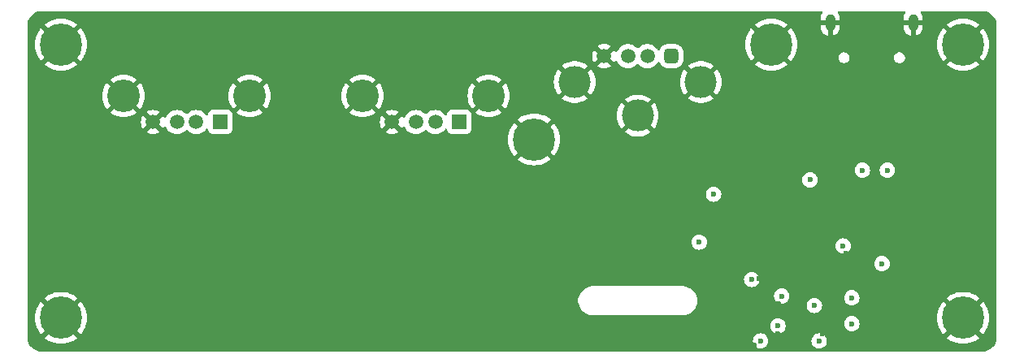
<source format=gbr>
%TF.GenerationSoftware,KiCad,Pcbnew,8.0.4*%
%TF.CreationDate,2024-10-24T20:47:50-05:00*%
%TF.ProjectId,numlocked_HUB,6e756d6c-6f63-46b6-9564-5f4855422e6b,rev?*%
%TF.SameCoordinates,Original*%
%TF.FileFunction,Copper,L3,Inr*%
%TF.FilePolarity,Positive*%
%FSLAX46Y46*%
G04 Gerber Fmt 4.6, Leading zero omitted, Abs format (unit mm)*
G04 Created by KiCad (PCBNEW 8.0.4) date 2024-10-24 20:47:50*
%MOMM*%
%LPD*%
G01*
G04 APERTURE LIST*
G04 Aperture macros list*
%AMRoundRect*
0 Rectangle with rounded corners*
0 $1 Rounding radius*
0 $2 $3 $4 $5 $6 $7 $8 $9 X,Y pos of 4 corners*
0 Add a 4 corners polygon primitive as box body*
4,1,4,$2,$3,$4,$5,$6,$7,$8,$9,$2,$3,0*
0 Add four circle primitives for the rounded corners*
1,1,$1+$1,$2,$3*
1,1,$1+$1,$4,$5*
1,1,$1+$1,$6,$7*
1,1,$1+$1,$8,$9*
0 Add four rect primitives between the rounded corners*
20,1,$1+$1,$2,$3,$4,$5,0*
20,1,$1+$1,$4,$5,$6,$7,0*
20,1,$1+$1,$6,$7,$8,$9,0*
20,1,$1+$1,$8,$9,$2,$3,0*%
G04 Aperture macros list end*
%TA.AperFunction,ComponentPad*%
%ADD10C,4.400000*%
%TD*%
%TA.AperFunction,ComponentPad*%
%ADD11O,1.000000X2.100000*%
%TD*%
%TA.AperFunction,ComponentPad*%
%ADD12O,1.000000X1.800000*%
%TD*%
%TA.AperFunction,ComponentPad*%
%ADD13R,1.508000X1.508000*%
%TD*%
%TA.AperFunction,ComponentPad*%
%ADD14C,1.508000*%
%TD*%
%TA.AperFunction,ComponentPad*%
%ADD15C,3.396000*%
%TD*%
%TA.AperFunction,ComponentPad*%
%ADD16RoundRect,0.377000X0.377000X0.377000X-0.377000X0.377000X-0.377000X-0.377000X0.377000X-0.377000X0*%
%TD*%
%TA.AperFunction,ComponentPad*%
%ADD17C,3.340000*%
%TD*%
%TA.AperFunction,ViaPad*%
%ADD18C,0.600000*%
%TD*%
%TA.AperFunction,ViaPad*%
%ADD19C,0.700000*%
%TD*%
G04 APERTURE END LIST*
D10*
%TO.N,GND*%
%TO.C,H3*%
X92000000Y-42500000D03*
%TD*%
%TO.N,GND*%
%TO.C,H6*%
X92000000Y-71000000D03*
%TD*%
D11*
%TO.N,GND*%
%TO.C,J1*%
X180797500Y-44380000D03*
X172157500Y-44380000D03*
D12*
X180797500Y-40200000D03*
X172157500Y-40200000D03*
%TD*%
D13*
%TO.N,+5V*%
%TO.C,J3*%
X133500000Y-50570000D03*
D14*
%TO.N,/USB_DOWN2_N*%
X131000000Y-50570000D03*
%TO.N,/USB_DOWN2_P*%
X129000000Y-50570000D03*
%TO.N,GND*%
X126500000Y-50570000D03*
D15*
X136570000Y-47860000D03*
X123430000Y-47860000D03*
%TD*%
D10*
%TO.N,GND*%
%TO.C,H4*%
X186000000Y-71000000D03*
%TD*%
D13*
%TO.N,+5V*%
%TO.C,J4*%
X108600000Y-50570000D03*
D14*
%TO.N,/USB_DOWN4_N*%
X106100000Y-50570000D03*
%TO.N,/USB_DOWN4_P*%
X104100000Y-50570000D03*
%TO.N,GND*%
X101600000Y-50570000D03*
D15*
X111670000Y-47860000D03*
X98530000Y-47860000D03*
%TD*%
D10*
%TO.N,GND*%
%TO.C,H1*%
X186000000Y-42500000D03*
%TD*%
%TO.N,GND*%
%TO.C,H2*%
X141300000Y-52400000D03*
%TD*%
%TO.N,GND*%
%TO.C,H2*%
X166000000Y-42500000D03*
%TD*%
D16*
%TO.N,+5V*%
%TO.C,J2*%
X155600000Y-43705000D03*
D14*
%TO.N,/USB_DOWN1_N*%
X153100000Y-43705000D03*
%TO.N,/USB_DOWN1_P*%
X151100000Y-43705000D03*
%TO.N,GND*%
X148600000Y-43705000D03*
D17*
X158670000Y-46415000D03*
X152100000Y-49915000D03*
X145530000Y-46415000D03*
%TD*%
D18*
%TO.N,GND*%
X154029677Y-65801303D03*
X152850000Y-65800000D03*
X154000000Y-64400000D03*
D19*
X117750000Y-57950000D03*
X159500000Y-64700000D03*
X166800000Y-61500000D03*
X161000000Y-55600000D03*
X92200000Y-59700000D03*
X119650000Y-57950000D03*
X175400000Y-66100000D03*
X92200000Y-55900000D03*
D18*
X178500000Y-49500000D03*
X186000000Y-60800000D03*
X171100000Y-67500000D03*
D19*
X175200000Y-62600000D03*
X103600000Y-43900000D03*
D18*
X171382417Y-72650000D03*
D19*
X166800000Y-63900000D03*
X162550000Y-55650000D03*
D18*
X186200000Y-55900000D03*
X186100000Y-65700000D03*
X164224008Y-73827830D03*
D19*
X162200000Y-48790000D03*
X165600000Y-62700000D03*
X126500000Y-48300000D03*
X168000000Y-62700000D03*
X165400000Y-53400000D03*
D18*
X183600000Y-60800000D03*
D19*
X92200000Y-57800000D03*
X168000000Y-61500000D03*
X159700000Y-59700000D03*
X148900000Y-66000000D03*
D18*
X165100000Y-57000000D03*
D19*
X168436999Y-56869581D03*
D18*
X163800000Y-65500000D03*
D19*
X165600000Y-63900000D03*
X171891637Y-56204519D03*
D18*
X166800011Y-69499989D03*
D19*
X105500000Y-43900000D03*
D18*
X167570487Y-70365000D03*
D19*
X101700000Y-43900000D03*
D18*
X164762767Y-66866989D03*
D19*
X170600000Y-48200000D03*
X115850000Y-57950000D03*
X126500000Y-52500000D03*
X163550000Y-47900000D03*
X161000000Y-49490000D03*
D18*
X166700000Y-72640274D03*
D19*
X128400000Y-48300000D03*
D18*
X175200000Y-60800000D03*
X181125000Y-49100000D03*
D19*
X101600000Y-52300000D03*
D18*
X175200000Y-59100000D03*
D19*
X165600000Y-61500000D03*
D18*
X173819879Y-64240783D03*
D19*
X130300000Y-48300000D03*
X168000000Y-63900000D03*
D18*
%TO.N,+5V*%
X178100000Y-55600000D03*
X171000000Y-73400000D03*
X175500000Y-55600000D03*
X170500000Y-69700000D03*
X164900000Y-73400000D03*
X174400000Y-68900000D03*
%TO.N,+3V3*%
X174400000Y-71600000D03*
X166700000Y-71840271D03*
X177550000Y-65350000D03*
X158500000Y-63100000D03*
X167100640Y-68724509D03*
X173500000Y-63500000D03*
X163973900Y-67000000D03*
X170052781Y-56608819D03*
X160000000Y-58100000D03*
%TD*%
%TA.AperFunction,Conductor*%
%TO.N,GND*%
G36*
X171324070Y-39020185D02*
G01*
X171369825Y-39072989D01*
X171379769Y-39142147D01*
X171360133Y-39193391D01*
X171271314Y-39326316D01*
X171271307Y-39326328D01*
X171195930Y-39508306D01*
X171195927Y-39508318D01*
X171157500Y-39701504D01*
X171157500Y-39950000D01*
X171857500Y-39950000D01*
X171857500Y-40450000D01*
X171157500Y-40450000D01*
X171157500Y-40698495D01*
X171195927Y-40891681D01*
X171195930Y-40891693D01*
X171271307Y-41073671D01*
X171271314Y-41073684D01*
X171380748Y-41237462D01*
X171380751Y-41237466D01*
X171520033Y-41376748D01*
X171520037Y-41376751D01*
X171683815Y-41486185D01*
X171683828Y-41486192D01*
X171865808Y-41561569D01*
X171907500Y-41569862D01*
X171907500Y-40766988D01*
X171917440Y-40784205D01*
X171973295Y-40840060D01*
X172041704Y-40879556D01*
X172118004Y-40900000D01*
X172196996Y-40900000D01*
X172273296Y-40879556D01*
X172341705Y-40840060D01*
X172397560Y-40784205D01*
X172407500Y-40766988D01*
X172407500Y-41569862D01*
X172449190Y-41561569D01*
X172449192Y-41561569D01*
X172631171Y-41486192D01*
X172631184Y-41486185D01*
X172794962Y-41376751D01*
X172794966Y-41376748D01*
X172934248Y-41237466D01*
X172934251Y-41237462D01*
X173043685Y-41073684D01*
X173043692Y-41073671D01*
X173119069Y-40891693D01*
X173119072Y-40891681D01*
X173157499Y-40698495D01*
X173157500Y-40698492D01*
X173157500Y-40450000D01*
X172457500Y-40450000D01*
X172457500Y-39950000D01*
X173157500Y-39950000D01*
X173157500Y-39701508D01*
X173157499Y-39701504D01*
X173119072Y-39508318D01*
X173119069Y-39508306D01*
X173043692Y-39326328D01*
X173043685Y-39326316D01*
X172954867Y-39193391D01*
X172933989Y-39126714D01*
X172952473Y-39059334D01*
X173004452Y-39012643D01*
X173057969Y-39000500D01*
X179897031Y-39000500D01*
X179964070Y-39020185D01*
X180009825Y-39072989D01*
X180019769Y-39142147D01*
X180000133Y-39193391D01*
X179911314Y-39326316D01*
X179911307Y-39326328D01*
X179835930Y-39508306D01*
X179835927Y-39508318D01*
X179797500Y-39701504D01*
X179797500Y-39950000D01*
X180497500Y-39950000D01*
X180497500Y-40450000D01*
X179797500Y-40450000D01*
X179797500Y-40698495D01*
X179835927Y-40891681D01*
X179835930Y-40891693D01*
X179911307Y-41073671D01*
X179911314Y-41073684D01*
X180020748Y-41237462D01*
X180020751Y-41237466D01*
X180160033Y-41376748D01*
X180160037Y-41376751D01*
X180323815Y-41486185D01*
X180323828Y-41486192D01*
X180505808Y-41561569D01*
X180547500Y-41569862D01*
X180547500Y-40766988D01*
X180557440Y-40784205D01*
X180613295Y-40840060D01*
X180681704Y-40879556D01*
X180758004Y-40900000D01*
X180836996Y-40900000D01*
X180913296Y-40879556D01*
X180981705Y-40840060D01*
X181037560Y-40784205D01*
X181047500Y-40766988D01*
X181047500Y-41569862D01*
X181089190Y-41561569D01*
X181089192Y-41561569D01*
X181271171Y-41486192D01*
X181271184Y-41486185D01*
X181434962Y-41376751D01*
X181434966Y-41376748D01*
X181574248Y-41237466D01*
X181574251Y-41237462D01*
X181683685Y-41073684D01*
X181683692Y-41073671D01*
X181759069Y-40891693D01*
X181759072Y-40891681D01*
X181797499Y-40698495D01*
X181797500Y-40698492D01*
X181797500Y-40450000D01*
X181097500Y-40450000D01*
X181097500Y-39950000D01*
X181797500Y-39950000D01*
X181797500Y-39701508D01*
X181797499Y-39701504D01*
X181759072Y-39508318D01*
X181759069Y-39508306D01*
X181683692Y-39326328D01*
X181683685Y-39326316D01*
X181594867Y-39193391D01*
X181573989Y-39126714D01*
X181592473Y-39059334D01*
X181644452Y-39012643D01*
X181697969Y-39000500D01*
X187934108Y-39000500D01*
X187995572Y-39000500D01*
X188004418Y-39000816D01*
X188204561Y-39015130D01*
X188222063Y-39017647D01*
X188413797Y-39059355D01*
X188430755Y-39064334D01*
X188598000Y-39126714D01*
X188614609Y-39132909D01*
X188630701Y-39140259D01*
X188802904Y-39234288D01*
X188817784Y-39243849D01*
X188974867Y-39361441D01*
X188988237Y-39373027D01*
X189126972Y-39511762D01*
X189138558Y-39525132D01*
X189256146Y-39682210D01*
X189265711Y-39697095D01*
X189359740Y-39869298D01*
X189367090Y-39885390D01*
X189435662Y-40069236D01*
X189440646Y-40086212D01*
X189482351Y-40277931D01*
X189484869Y-40295442D01*
X189499184Y-40495580D01*
X189499500Y-40504427D01*
X189499500Y-72995572D01*
X189499184Y-73004419D01*
X189484869Y-73204557D01*
X189482351Y-73222068D01*
X189440646Y-73413787D01*
X189435662Y-73430763D01*
X189367090Y-73614609D01*
X189359740Y-73630701D01*
X189265711Y-73802904D01*
X189256146Y-73817789D01*
X189138558Y-73974867D01*
X189126972Y-73988237D01*
X188988237Y-74126972D01*
X188974867Y-74138558D01*
X188817789Y-74256146D01*
X188802904Y-74265711D01*
X188630701Y-74359740D01*
X188614609Y-74367090D01*
X188430763Y-74435662D01*
X188413787Y-74440646D01*
X188222068Y-74482351D01*
X188204557Y-74484869D01*
X188023779Y-74497799D01*
X188004417Y-74499184D01*
X187995572Y-74499500D01*
X90004428Y-74499500D01*
X89995582Y-74499184D01*
X89973622Y-74497613D01*
X89795442Y-74484869D01*
X89777931Y-74482351D01*
X89586212Y-74440646D01*
X89569236Y-74435662D01*
X89385390Y-74367090D01*
X89369298Y-74359740D01*
X89197095Y-74265711D01*
X89182210Y-74256146D01*
X89025132Y-74138558D01*
X89011762Y-74126972D01*
X88873027Y-73988237D01*
X88861441Y-73974867D01*
X88743849Y-73817784D01*
X88734288Y-73802904D01*
X88640259Y-73630701D01*
X88632909Y-73614609D01*
X88564334Y-73430755D01*
X88559355Y-73413797D01*
X88517647Y-73222063D01*
X88515130Y-73204556D01*
X88500816Y-73004418D01*
X88500500Y-72995572D01*
X88500500Y-71000000D01*
X89295065Y-71000000D01*
X89314786Y-71326038D01*
X89373667Y-71647341D01*
X89470835Y-71959164D01*
X89470839Y-71959175D01*
X89604897Y-72257041D01*
X89604898Y-72257043D01*
X89773881Y-72536576D01*
X89921476Y-72724968D01*
X91063708Y-71582736D01*
X91160967Y-71716602D01*
X91283398Y-71839033D01*
X91417262Y-71936290D01*
X90275030Y-73078522D01*
X90275030Y-73078523D01*
X90463423Y-73226118D01*
X90742956Y-73395101D01*
X90742958Y-73395102D01*
X91040824Y-73529160D01*
X91040835Y-73529164D01*
X91352658Y-73626332D01*
X91673961Y-73685213D01*
X92000000Y-73704934D01*
X92326038Y-73685213D01*
X92647341Y-73626332D01*
X92959164Y-73529164D01*
X92959175Y-73529160D01*
X93246167Y-73399996D01*
X164094435Y-73399996D01*
X164094435Y-73400003D01*
X164114630Y-73579249D01*
X164114631Y-73579254D01*
X164174211Y-73749523D01*
X164207753Y-73802904D01*
X164270184Y-73902262D01*
X164397738Y-74029816D01*
X164550478Y-74125789D01*
X164586970Y-74138558D01*
X164720745Y-74185368D01*
X164720750Y-74185369D01*
X164899996Y-74205565D01*
X164900000Y-74205565D01*
X164900004Y-74205565D01*
X165079249Y-74185369D01*
X165079252Y-74185368D01*
X165079255Y-74185368D01*
X165249522Y-74125789D01*
X165402262Y-74029816D01*
X165529816Y-73902262D01*
X165625789Y-73749522D01*
X165685368Y-73579255D01*
X165691012Y-73529164D01*
X165705565Y-73400003D01*
X165705565Y-73399996D01*
X170194435Y-73399996D01*
X170194435Y-73400003D01*
X170214630Y-73579249D01*
X170214631Y-73579254D01*
X170274211Y-73749523D01*
X170307753Y-73802904D01*
X170370184Y-73902262D01*
X170497738Y-74029816D01*
X170650478Y-74125789D01*
X170686970Y-74138558D01*
X170820745Y-74185368D01*
X170820750Y-74185369D01*
X170999996Y-74205565D01*
X171000000Y-74205565D01*
X171000004Y-74205565D01*
X171179249Y-74185369D01*
X171179252Y-74185368D01*
X171179255Y-74185368D01*
X171349522Y-74125789D01*
X171502262Y-74029816D01*
X171629816Y-73902262D01*
X171725789Y-73749522D01*
X171785368Y-73579255D01*
X171791012Y-73529164D01*
X171805565Y-73400003D01*
X171805565Y-73399996D01*
X171785369Y-73220750D01*
X171785368Y-73220745D01*
X171725788Y-73050476D01*
X171629815Y-72897737D01*
X171502262Y-72770184D01*
X171349523Y-72674211D01*
X171179254Y-72614631D01*
X171179249Y-72614630D01*
X171000004Y-72594435D01*
X170999996Y-72594435D01*
X170820750Y-72614630D01*
X170820745Y-72614631D01*
X170650476Y-72674211D01*
X170497737Y-72770184D01*
X170370184Y-72897737D01*
X170274211Y-73050476D01*
X170214631Y-73220745D01*
X170214630Y-73220750D01*
X170194435Y-73399996D01*
X165705565Y-73399996D01*
X165685369Y-73220750D01*
X165685368Y-73220745D01*
X165625788Y-73050476D01*
X165529815Y-72897737D01*
X165402262Y-72770184D01*
X165249523Y-72674211D01*
X165079254Y-72614631D01*
X165079249Y-72614630D01*
X164900004Y-72594435D01*
X164899996Y-72594435D01*
X164720750Y-72614630D01*
X164720745Y-72614631D01*
X164550476Y-72674211D01*
X164397737Y-72770184D01*
X164270184Y-72897737D01*
X164174211Y-73050476D01*
X164114631Y-73220745D01*
X164114630Y-73220750D01*
X164094435Y-73399996D01*
X93246167Y-73399996D01*
X93257041Y-73395102D01*
X93257043Y-73395101D01*
X93536586Y-73226112D01*
X93724968Y-73078523D01*
X93724968Y-73078522D01*
X92582737Y-71936290D01*
X92716602Y-71839033D01*
X92839033Y-71716602D01*
X92936290Y-71582737D01*
X94078522Y-72724968D01*
X94078523Y-72724968D01*
X94226112Y-72536586D01*
X94395101Y-72257043D01*
X94395102Y-72257041D01*
X94529160Y-71959175D01*
X94529164Y-71959164D01*
X94566214Y-71840267D01*
X165894435Y-71840267D01*
X165894435Y-71840274D01*
X165914630Y-72019520D01*
X165914631Y-72019525D01*
X165974211Y-72189794D01*
X166016467Y-72257043D01*
X166070184Y-72342533D01*
X166197738Y-72470087D01*
X166288080Y-72526853D01*
X166303554Y-72536576D01*
X166350478Y-72566060D01*
X166489283Y-72614630D01*
X166520745Y-72625639D01*
X166520750Y-72625640D01*
X166699996Y-72645836D01*
X166700000Y-72645836D01*
X166700004Y-72645836D01*
X166879249Y-72625640D01*
X166879252Y-72625639D01*
X166879255Y-72625639D01*
X167049522Y-72566060D01*
X167202262Y-72470087D01*
X167329816Y-72342533D01*
X167425789Y-72189793D01*
X167485368Y-72019526D01*
X167492169Y-71959164D01*
X167505565Y-71840274D01*
X167505565Y-71840267D01*
X167485369Y-71661021D01*
X167485368Y-71661016D01*
X167464019Y-71600003D01*
X167464017Y-71599996D01*
X173594435Y-71599996D01*
X173594435Y-71600003D01*
X173614630Y-71779249D01*
X173614631Y-71779254D01*
X173674211Y-71949523D01*
X173718197Y-72019525D01*
X173770184Y-72102262D01*
X173897738Y-72229816D01*
X174050478Y-72325789D01*
X174098330Y-72342533D01*
X174220745Y-72385368D01*
X174220750Y-72385369D01*
X174399996Y-72405565D01*
X174400000Y-72405565D01*
X174400004Y-72405565D01*
X174579249Y-72385369D01*
X174579252Y-72385368D01*
X174579255Y-72385368D01*
X174749522Y-72325789D01*
X174902262Y-72229816D01*
X175029816Y-72102262D01*
X175125789Y-71949522D01*
X175185368Y-71779255D01*
X175185369Y-71779249D01*
X175205565Y-71600003D01*
X175205565Y-71599996D01*
X175185369Y-71420750D01*
X175185368Y-71420745D01*
X175125789Y-71250478D01*
X175029816Y-71097738D01*
X174932078Y-71000000D01*
X183295065Y-71000000D01*
X183314786Y-71326038D01*
X183373667Y-71647341D01*
X183470835Y-71959164D01*
X183470839Y-71959175D01*
X183604897Y-72257041D01*
X183604898Y-72257043D01*
X183773881Y-72536576D01*
X183921476Y-72724968D01*
X185063708Y-71582736D01*
X185160967Y-71716602D01*
X185283398Y-71839033D01*
X185417262Y-71936290D01*
X184275030Y-73078522D01*
X184275030Y-73078523D01*
X184463423Y-73226118D01*
X184742956Y-73395101D01*
X184742958Y-73395102D01*
X185040824Y-73529160D01*
X185040835Y-73529164D01*
X185352658Y-73626332D01*
X185673961Y-73685213D01*
X186000000Y-73704934D01*
X186326038Y-73685213D01*
X186647341Y-73626332D01*
X186959164Y-73529164D01*
X186959175Y-73529160D01*
X187257041Y-73395102D01*
X187257043Y-73395101D01*
X187536586Y-73226112D01*
X187724968Y-73078523D01*
X187724968Y-73078522D01*
X186582737Y-71936290D01*
X186716602Y-71839033D01*
X186839033Y-71716602D01*
X186936290Y-71582737D01*
X188078522Y-72724968D01*
X188078523Y-72724968D01*
X188226112Y-72536586D01*
X188395101Y-72257043D01*
X188395102Y-72257041D01*
X188529160Y-71959175D01*
X188529164Y-71959164D01*
X188626332Y-71647341D01*
X188685213Y-71326038D01*
X188704934Y-71000000D01*
X188685213Y-70673961D01*
X188626332Y-70352658D01*
X188529164Y-70040835D01*
X188529160Y-70040824D01*
X188395102Y-69742958D01*
X188395101Y-69742956D01*
X188226118Y-69463423D01*
X188078522Y-69275030D01*
X186936290Y-70417262D01*
X186839033Y-70283398D01*
X186716602Y-70160967D01*
X186582736Y-70063709D01*
X187724968Y-68921476D01*
X187536576Y-68773881D01*
X187257043Y-68604898D01*
X187257041Y-68604897D01*
X186959175Y-68470839D01*
X186959164Y-68470835D01*
X186647341Y-68373667D01*
X186326038Y-68314786D01*
X186000000Y-68295065D01*
X185673961Y-68314786D01*
X185352658Y-68373667D01*
X185040835Y-68470835D01*
X185040824Y-68470839D01*
X184742958Y-68604897D01*
X184742956Y-68604898D01*
X184463422Y-68773881D01*
X184463416Y-68773886D01*
X184275030Y-68921474D01*
X184275029Y-68921476D01*
X185417262Y-70063709D01*
X185283398Y-70160967D01*
X185160967Y-70283398D01*
X185063709Y-70417262D01*
X183921476Y-69275029D01*
X183921474Y-69275030D01*
X183773886Y-69463416D01*
X183773881Y-69463422D01*
X183604898Y-69742956D01*
X183604897Y-69742958D01*
X183470839Y-70040824D01*
X183470835Y-70040835D01*
X183373667Y-70352658D01*
X183314786Y-70673961D01*
X183295065Y-71000000D01*
X174932078Y-71000000D01*
X174902262Y-70970184D01*
X174749523Y-70874211D01*
X174579254Y-70814631D01*
X174579249Y-70814630D01*
X174400004Y-70794435D01*
X174399996Y-70794435D01*
X174220750Y-70814630D01*
X174220745Y-70814631D01*
X174050476Y-70874211D01*
X173897737Y-70970184D01*
X173770184Y-71097737D01*
X173674211Y-71250476D01*
X173614631Y-71420745D01*
X173614630Y-71420750D01*
X173594435Y-71599996D01*
X167464017Y-71599996D01*
X167425789Y-71490749D01*
X167329816Y-71338009D01*
X167202262Y-71210455D01*
X167049523Y-71114482D01*
X166879254Y-71054902D01*
X166879249Y-71054901D01*
X166700004Y-71034706D01*
X166699996Y-71034706D01*
X166520750Y-71054901D01*
X166520745Y-71054902D01*
X166350476Y-71114482D01*
X166197737Y-71210455D01*
X166070184Y-71338008D01*
X165974211Y-71490747D01*
X165914631Y-71661016D01*
X165914630Y-71661021D01*
X165894435Y-71840267D01*
X94566214Y-71840267D01*
X94626332Y-71647341D01*
X94685213Y-71326038D01*
X94704934Y-71000000D01*
X94685213Y-70673961D01*
X94626332Y-70352658D01*
X94529164Y-70040835D01*
X94529160Y-70040824D01*
X94395102Y-69742958D01*
X94395101Y-69742956D01*
X94226118Y-69463423D01*
X94078522Y-69275030D01*
X92936290Y-70417262D01*
X92839033Y-70283398D01*
X92716602Y-70160967D01*
X92582736Y-70063709D01*
X93553762Y-69092682D01*
X145899500Y-69092682D01*
X145899500Y-69307317D01*
X145930044Y-69519764D01*
X145930047Y-69519774D01*
X145990517Y-69725715D01*
X146079672Y-69920938D01*
X146079679Y-69920951D01*
X146195720Y-70101514D01*
X146336275Y-70263724D01*
X146412550Y-70329816D01*
X146498487Y-70404281D01*
X146624662Y-70485368D01*
X146679048Y-70520320D01*
X146679061Y-70520327D01*
X146874284Y-70609482D01*
X146874288Y-70609483D01*
X146874290Y-70609484D01*
X147080231Y-70669954D01*
X147080232Y-70669954D01*
X147080235Y-70669955D01*
X147143584Y-70679062D01*
X147292682Y-70700500D01*
X147292683Y-70700500D01*
X156907317Y-70700500D01*
X156907318Y-70700500D01*
X157077851Y-70675980D01*
X157119764Y-70669955D01*
X157119765Y-70669954D01*
X157119769Y-70669954D01*
X157325710Y-70609484D01*
X157325713Y-70609482D01*
X157325715Y-70609482D01*
X157520938Y-70520327D01*
X157520944Y-70520323D01*
X157520950Y-70520321D01*
X157701513Y-70404281D01*
X157863724Y-70263724D01*
X158004281Y-70101513D01*
X158120321Y-69920950D01*
X158120323Y-69920944D01*
X158120327Y-69920938D01*
X158209482Y-69725715D01*
X158209482Y-69725713D01*
X158209484Y-69725710D01*
X158217034Y-69699996D01*
X169694435Y-69699996D01*
X169694435Y-69700003D01*
X169714630Y-69879249D01*
X169714631Y-69879254D01*
X169774211Y-70049523D01*
X169870184Y-70202262D01*
X169997738Y-70329816D01*
X170150478Y-70425789D01*
X170320745Y-70485368D01*
X170320750Y-70485369D01*
X170499996Y-70505565D01*
X170500000Y-70505565D01*
X170500004Y-70505565D01*
X170679249Y-70485369D01*
X170679252Y-70485368D01*
X170679255Y-70485368D01*
X170849522Y-70425789D01*
X171002262Y-70329816D01*
X171129816Y-70202262D01*
X171225789Y-70049522D01*
X171285368Y-69879255D01*
X171302668Y-69725715D01*
X171305565Y-69700003D01*
X171305565Y-69699996D01*
X171285369Y-69520750D01*
X171285368Y-69520745D01*
X171265308Y-69463416D01*
X171225789Y-69350478D01*
X171198668Y-69307316D01*
X171162354Y-69249522D01*
X171129816Y-69197738D01*
X171002262Y-69070184D01*
X170849523Y-68974211D01*
X170679254Y-68914631D01*
X170679249Y-68914630D01*
X170549362Y-68899996D01*
X173594435Y-68899996D01*
X173594435Y-68900003D01*
X173614630Y-69079249D01*
X173614631Y-69079254D01*
X173674211Y-69249523D01*
X173740063Y-69354325D01*
X173770184Y-69402262D01*
X173897738Y-69529816D01*
X174050478Y-69625789D01*
X174220745Y-69685368D01*
X174220750Y-69685369D01*
X174399996Y-69705565D01*
X174400000Y-69705565D01*
X174400004Y-69705565D01*
X174579249Y-69685369D01*
X174579252Y-69685368D01*
X174579255Y-69685368D01*
X174749522Y-69625789D01*
X174902262Y-69529816D01*
X175029816Y-69402262D01*
X175125789Y-69249522D01*
X175185368Y-69079255D01*
X175185369Y-69079249D01*
X175205565Y-68900003D01*
X175205565Y-68899996D01*
X175185369Y-68720750D01*
X175185368Y-68720745D01*
X175125788Y-68550476D01*
X175080908Y-68479050D01*
X175029816Y-68397738D01*
X174902262Y-68270184D01*
X174825971Y-68222247D01*
X174749523Y-68174211D01*
X174579254Y-68114631D01*
X174579249Y-68114630D01*
X174400004Y-68094435D01*
X174399996Y-68094435D01*
X174220750Y-68114630D01*
X174220745Y-68114631D01*
X174050476Y-68174211D01*
X173897737Y-68270184D01*
X173770184Y-68397737D01*
X173674211Y-68550476D01*
X173614631Y-68720745D01*
X173614630Y-68720750D01*
X173594435Y-68899996D01*
X170549362Y-68899996D01*
X170500004Y-68894435D01*
X170499996Y-68894435D01*
X170320750Y-68914630D01*
X170320745Y-68914631D01*
X170150476Y-68974211D01*
X169997737Y-69070184D01*
X169870184Y-69197737D01*
X169774211Y-69350476D01*
X169714631Y-69520745D01*
X169714630Y-69520750D01*
X169694435Y-69699996D01*
X158217034Y-69699996D01*
X158269954Y-69519769D01*
X158300500Y-69307318D01*
X158300500Y-69200000D01*
X158300500Y-69134108D01*
X158300500Y-69092682D01*
X158273338Y-68903764D01*
X158269955Y-68880235D01*
X158269952Y-68880225D01*
X158238727Y-68773881D01*
X158224229Y-68724505D01*
X166295075Y-68724505D01*
X166295075Y-68724512D01*
X166315270Y-68903758D01*
X166315271Y-68903763D01*
X166374851Y-69074032D01*
X166412600Y-69134108D01*
X166470824Y-69226771D01*
X166598378Y-69354325D01*
X166751118Y-69450298D01*
X166921385Y-69509877D01*
X166921390Y-69509878D01*
X167100636Y-69530074D01*
X167100640Y-69530074D01*
X167100644Y-69530074D01*
X167279889Y-69509878D01*
X167279892Y-69509877D01*
X167279895Y-69509877D01*
X167450162Y-69450298D01*
X167602902Y-69354325D01*
X167730456Y-69226771D01*
X167826429Y-69074031D01*
X167886008Y-68903764D01*
X167887059Y-68894435D01*
X167906205Y-68724512D01*
X167906205Y-68724505D01*
X167886009Y-68545259D01*
X167886008Y-68545254D01*
X167862842Y-68479050D01*
X167826429Y-68374987D01*
X167730456Y-68222247D01*
X167602902Y-68094693D01*
X167602491Y-68094435D01*
X167450163Y-67998720D01*
X167279894Y-67939140D01*
X167279889Y-67939139D01*
X167100644Y-67918944D01*
X167100636Y-67918944D01*
X166921390Y-67939139D01*
X166921385Y-67939140D01*
X166751116Y-67998720D01*
X166598377Y-68094693D01*
X166470824Y-68222246D01*
X166374851Y-68374985D01*
X166315271Y-68545254D01*
X166315270Y-68545259D01*
X166295075Y-68724505D01*
X158224229Y-68724505D01*
X158209484Y-68674290D01*
X158209483Y-68674288D01*
X158209482Y-68674284D01*
X158120327Y-68479061D01*
X158120320Y-68479048D01*
X158052596Y-68373667D01*
X158004281Y-68298487D01*
X157971172Y-68260277D01*
X157863724Y-68136275D01*
X157701514Y-67995720D01*
X157701513Y-67995719D01*
X157636991Y-67954253D01*
X157520951Y-67879679D01*
X157520938Y-67879672D01*
X157325715Y-67790517D01*
X157119774Y-67730047D01*
X157119764Y-67730044D01*
X156928754Y-67702582D01*
X156907318Y-67699500D01*
X156865892Y-67699500D01*
X147465892Y-67699500D01*
X147400000Y-67699500D01*
X147292682Y-67699500D01*
X147080235Y-67730044D01*
X147080225Y-67730047D01*
X146874284Y-67790517D01*
X146679061Y-67879672D01*
X146679048Y-67879679D01*
X146498485Y-67995720D01*
X146336275Y-68136275D01*
X146195720Y-68298485D01*
X146079679Y-68479048D01*
X146079672Y-68479061D01*
X145990517Y-68674284D01*
X145930047Y-68880225D01*
X145930044Y-68880235D01*
X145899500Y-69092682D01*
X93553762Y-69092682D01*
X93724968Y-68921476D01*
X93536576Y-68773881D01*
X93257043Y-68604898D01*
X93257041Y-68604897D01*
X92959175Y-68470839D01*
X92959164Y-68470835D01*
X92647341Y-68373667D01*
X92326038Y-68314786D01*
X92000000Y-68295065D01*
X91673961Y-68314786D01*
X91352658Y-68373667D01*
X91040835Y-68470835D01*
X91040824Y-68470839D01*
X90742958Y-68604897D01*
X90742956Y-68604898D01*
X90463422Y-68773881D01*
X90463416Y-68773886D01*
X90275030Y-68921474D01*
X90275029Y-68921476D01*
X91417262Y-70063709D01*
X91283398Y-70160967D01*
X91160967Y-70283398D01*
X91063709Y-70417262D01*
X89921476Y-69275029D01*
X89921474Y-69275030D01*
X89773886Y-69463416D01*
X89773881Y-69463422D01*
X89604898Y-69742956D01*
X89604897Y-69742958D01*
X89470839Y-70040824D01*
X89470835Y-70040835D01*
X89373667Y-70352658D01*
X89314786Y-70673961D01*
X89295065Y-71000000D01*
X88500500Y-71000000D01*
X88500500Y-66999996D01*
X163168335Y-66999996D01*
X163168335Y-67000003D01*
X163188530Y-67179249D01*
X163188531Y-67179254D01*
X163248111Y-67349523D01*
X163344084Y-67502262D01*
X163471638Y-67629816D01*
X163624378Y-67725789D01*
X163636547Y-67730047D01*
X163794645Y-67785368D01*
X163794650Y-67785369D01*
X163973896Y-67805565D01*
X163973900Y-67805565D01*
X163973904Y-67805565D01*
X164153149Y-67785369D01*
X164153152Y-67785368D01*
X164153155Y-67785368D01*
X164323422Y-67725789D01*
X164476162Y-67629816D01*
X164603716Y-67502262D01*
X164699689Y-67349522D01*
X164759268Y-67179255D01*
X164779465Y-67000000D01*
X164759268Y-66820745D01*
X164699689Y-66650478D01*
X164603716Y-66497738D01*
X164476162Y-66370184D01*
X164323423Y-66274211D01*
X164153154Y-66214631D01*
X164153149Y-66214630D01*
X163973904Y-66194435D01*
X163973896Y-66194435D01*
X163794650Y-66214630D01*
X163794645Y-66214631D01*
X163624376Y-66274211D01*
X163471637Y-66370184D01*
X163344084Y-66497737D01*
X163248111Y-66650476D01*
X163188531Y-66820745D01*
X163188530Y-66820750D01*
X163168335Y-66999996D01*
X88500500Y-66999996D01*
X88500500Y-65349996D01*
X176744435Y-65349996D01*
X176744435Y-65350003D01*
X176764630Y-65529249D01*
X176764631Y-65529254D01*
X176824211Y-65699523D01*
X176920184Y-65852262D01*
X177047738Y-65979816D01*
X177200478Y-66075789D01*
X177370745Y-66135368D01*
X177370750Y-66135369D01*
X177549996Y-66155565D01*
X177550000Y-66155565D01*
X177550004Y-66155565D01*
X177729249Y-66135369D01*
X177729252Y-66135368D01*
X177729255Y-66135368D01*
X177899522Y-66075789D01*
X178052262Y-65979816D01*
X178179816Y-65852262D01*
X178275789Y-65699522D01*
X178335368Y-65529255D01*
X178355565Y-65350000D01*
X178335368Y-65170745D01*
X178275789Y-65000478D01*
X178179816Y-64847738D01*
X178052262Y-64720184D01*
X177899523Y-64624211D01*
X177729254Y-64564631D01*
X177729249Y-64564630D01*
X177550004Y-64544435D01*
X177549996Y-64544435D01*
X177370750Y-64564630D01*
X177370745Y-64564631D01*
X177200476Y-64624211D01*
X177047737Y-64720184D01*
X176920184Y-64847737D01*
X176824211Y-65000476D01*
X176764631Y-65170745D01*
X176764630Y-65170750D01*
X176744435Y-65349996D01*
X88500500Y-65349996D01*
X88500500Y-63099996D01*
X157694435Y-63099996D01*
X157694435Y-63100003D01*
X157714630Y-63279249D01*
X157714631Y-63279254D01*
X157774211Y-63449523D01*
X157805926Y-63499996D01*
X157870184Y-63602262D01*
X157997738Y-63729816D01*
X158150478Y-63825789D01*
X158218306Y-63849523D01*
X158320745Y-63885368D01*
X158320750Y-63885369D01*
X158499996Y-63905565D01*
X158500000Y-63905565D01*
X158500004Y-63905565D01*
X158679249Y-63885369D01*
X158679252Y-63885368D01*
X158679255Y-63885368D01*
X158849522Y-63825789D01*
X159002262Y-63729816D01*
X159129816Y-63602262D01*
X159194074Y-63499996D01*
X172694435Y-63499996D01*
X172694435Y-63500003D01*
X172714630Y-63679249D01*
X172714631Y-63679254D01*
X172774211Y-63849523D01*
X172796735Y-63885369D01*
X172870184Y-64002262D01*
X172997738Y-64129816D01*
X173150478Y-64225789D01*
X173320745Y-64285368D01*
X173320750Y-64285369D01*
X173499996Y-64305565D01*
X173500000Y-64305565D01*
X173500004Y-64305565D01*
X173679249Y-64285369D01*
X173679252Y-64285368D01*
X173679255Y-64285368D01*
X173849522Y-64225789D01*
X174002262Y-64129816D01*
X174129816Y-64002262D01*
X174225789Y-63849522D01*
X174285368Y-63679255D01*
X174305565Y-63500000D01*
X174285368Y-63320745D01*
X174225789Y-63150478D01*
X174129816Y-62997738D01*
X174002262Y-62870184D01*
X173849523Y-62774211D01*
X173679254Y-62714631D01*
X173679249Y-62714630D01*
X173500004Y-62694435D01*
X173499996Y-62694435D01*
X173320750Y-62714630D01*
X173320745Y-62714631D01*
X173150476Y-62774211D01*
X172997737Y-62870184D01*
X172870184Y-62997737D01*
X172774211Y-63150476D01*
X172714631Y-63320745D01*
X172714630Y-63320750D01*
X172694435Y-63499996D01*
X159194074Y-63499996D01*
X159225789Y-63449522D01*
X159285368Y-63279255D01*
X159305565Y-63100000D01*
X159285368Y-62920745D01*
X159225789Y-62750478D01*
X159203265Y-62714632D01*
X159129815Y-62597737D01*
X159002262Y-62470184D01*
X158849523Y-62374211D01*
X158679254Y-62314631D01*
X158679249Y-62314630D01*
X158500004Y-62294435D01*
X158499996Y-62294435D01*
X158320750Y-62314630D01*
X158320745Y-62314631D01*
X158150476Y-62374211D01*
X157997737Y-62470184D01*
X157870184Y-62597737D01*
X157774211Y-62750476D01*
X157714631Y-62920745D01*
X157714630Y-62920750D01*
X157694435Y-63099996D01*
X88500500Y-63099996D01*
X88500500Y-58099996D01*
X159194435Y-58099996D01*
X159194435Y-58100003D01*
X159214630Y-58279249D01*
X159214631Y-58279254D01*
X159274211Y-58449523D01*
X159370184Y-58602262D01*
X159497738Y-58729816D01*
X159650478Y-58825789D01*
X159820745Y-58885368D01*
X159820750Y-58885369D01*
X159999996Y-58905565D01*
X160000000Y-58905565D01*
X160000004Y-58905565D01*
X160179249Y-58885369D01*
X160179252Y-58885368D01*
X160179255Y-58885368D01*
X160349522Y-58825789D01*
X160502262Y-58729816D01*
X160629816Y-58602262D01*
X160725789Y-58449522D01*
X160785368Y-58279255D01*
X160805565Y-58100000D01*
X160785368Y-57920745D01*
X160725789Y-57750478D01*
X160629816Y-57597738D01*
X160502262Y-57470184D01*
X160413457Y-57414384D01*
X160349523Y-57374211D01*
X160179254Y-57314631D01*
X160179249Y-57314630D01*
X160000004Y-57294435D01*
X159999996Y-57294435D01*
X159820750Y-57314630D01*
X159820745Y-57314631D01*
X159650476Y-57374211D01*
X159497737Y-57470184D01*
X159370184Y-57597737D01*
X159274211Y-57750476D01*
X159214631Y-57920745D01*
X159214630Y-57920750D01*
X159194435Y-58099996D01*
X88500500Y-58099996D01*
X88500500Y-56608815D01*
X169247216Y-56608815D01*
X169247216Y-56608822D01*
X169267411Y-56788068D01*
X169267412Y-56788073D01*
X169326992Y-56958342D01*
X169422965Y-57111081D01*
X169550519Y-57238635D01*
X169703259Y-57334608D01*
X169816438Y-57374211D01*
X169873526Y-57394187D01*
X169873531Y-57394188D01*
X170052777Y-57414384D01*
X170052781Y-57414384D01*
X170052785Y-57414384D01*
X170232030Y-57394188D01*
X170232033Y-57394187D01*
X170232036Y-57394187D01*
X170402303Y-57334608D01*
X170555043Y-57238635D01*
X170682597Y-57111081D01*
X170778570Y-56958341D01*
X170838149Y-56788074D01*
X170858346Y-56608819D01*
X170838149Y-56429564D01*
X170778570Y-56259297D01*
X170682597Y-56106557D01*
X170555043Y-55979003D01*
X170508126Y-55949523D01*
X170402304Y-55883030D01*
X170232035Y-55823450D01*
X170232030Y-55823449D01*
X170052785Y-55803254D01*
X170052777Y-55803254D01*
X169873531Y-55823449D01*
X169873526Y-55823450D01*
X169703257Y-55883030D01*
X169550518Y-55979003D01*
X169422965Y-56106556D01*
X169326992Y-56259295D01*
X169267412Y-56429564D01*
X169267411Y-56429569D01*
X169247216Y-56608815D01*
X88500500Y-56608815D01*
X88500500Y-55599996D01*
X174694435Y-55599996D01*
X174694435Y-55600003D01*
X174714630Y-55779249D01*
X174714631Y-55779254D01*
X174774211Y-55949523D01*
X174792735Y-55979003D01*
X174870184Y-56102262D01*
X174997738Y-56229816D01*
X175150478Y-56325789D01*
X175320745Y-56385368D01*
X175320750Y-56385369D01*
X175499996Y-56405565D01*
X175500000Y-56405565D01*
X175500004Y-56405565D01*
X175679249Y-56385369D01*
X175679252Y-56385368D01*
X175679255Y-56385368D01*
X175849522Y-56325789D01*
X176002262Y-56229816D01*
X176129816Y-56102262D01*
X176225789Y-55949522D01*
X176285368Y-55779255D01*
X176305565Y-55600000D01*
X176305565Y-55599996D01*
X177294435Y-55599996D01*
X177294435Y-55600003D01*
X177314630Y-55779249D01*
X177314631Y-55779254D01*
X177374211Y-55949523D01*
X177392735Y-55979003D01*
X177470184Y-56102262D01*
X177597738Y-56229816D01*
X177750478Y-56325789D01*
X177920745Y-56385368D01*
X177920750Y-56385369D01*
X178099996Y-56405565D01*
X178100000Y-56405565D01*
X178100004Y-56405565D01*
X178279249Y-56385369D01*
X178279252Y-56385368D01*
X178279255Y-56385368D01*
X178449522Y-56325789D01*
X178602262Y-56229816D01*
X178729816Y-56102262D01*
X178825789Y-55949522D01*
X178885368Y-55779255D01*
X178905565Y-55600000D01*
X178885368Y-55420745D01*
X178825789Y-55250478D01*
X178729816Y-55097738D01*
X178602262Y-54970184D01*
X178449523Y-54874211D01*
X178279254Y-54814631D01*
X178279249Y-54814630D01*
X178100004Y-54794435D01*
X178099996Y-54794435D01*
X177920750Y-54814630D01*
X177920745Y-54814631D01*
X177750476Y-54874211D01*
X177597737Y-54970184D01*
X177470184Y-55097737D01*
X177374211Y-55250476D01*
X177314631Y-55420745D01*
X177314630Y-55420750D01*
X177294435Y-55599996D01*
X176305565Y-55599996D01*
X176285368Y-55420745D01*
X176225789Y-55250478D01*
X176129816Y-55097738D01*
X176002262Y-54970184D01*
X175849523Y-54874211D01*
X175679254Y-54814631D01*
X175679249Y-54814630D01*
X175500004Y-54794435D01*
X175499996Y-54794435D01*
X175320750Y-54814630D01*
X175320745Y-54814631D01*
X175150476Y-54874211D01*
X174997737Y-54970184D01*
X174870184Y-55097737D01*
X174774211Y-55250476D01*
X174714631Y-55420745D01*
X174714630Y-55420750D01*
X174694435Y-55599996D01*
X88500500Y-55599996D01*
X88500500Y-52400000D01*
X138595065Y-52400000D01*
X138614786Y-52726038D01*
X138673667Y-53047341D01*
X138770835Y-53359164D01*
X138770839Y-53359175D01*
X138904897Y-53657041D01*
X138904898Y-53657043D01*
X139073881Y-53936576D01*
X139221476Y-54124968D01*
X140363708Y-52982736D01*
X140460967Y-53116602D01*
X140583398Y-53239033D01*
X140717262Y-53336290D01*
X139575030Y-54478522D01*
X139575030Y-54478523D01*
X139763423Y-54626118D01*
X140042956Y-54795101D01*
X140042958Y-54795102D01*
X140340824Y-54929160D01*
X140340835Y-54929164D01*
X140652658Y-55026332D01*
X140973961Y-55085213D01*
X141300000Y-55104934D01*
X141626038Y-55085213D01*
X141947341Y-55026332D01*
X142259164Y-54929164D01*
X142259175Y-54929160D01*
X142557041Y-54795102D01*
X142557043Y-54795101D01*
X142836586Y-54626112D01*
X143024968Y-54478523D01*
X143024968Y-54478522D01*
X141882737Y-53336290D01*
X142016602Y-53239033D01*
X142139033Y-53116602D01*
X142236290Y-52982736D01*
X143378522Y-54124968D01*
X143378523Y-54124968D01*
X143526112Y-53936586D01*
X143695101Y-53657043D01*
X143695102Y-53657041D01*
X143829160Y-53359175D01*
X143829164Y-53359164D01*
X143926332Y-53047341D01*
X143985213Y-52726038D01*
X144004934Y-52400000D01*
X143985213Y-52073961D01*
X143926332Y-51752658D01*
X143829164Y-51440835D01*
X143829160Y-51440824D01*
X143695102Y-51142958D01*
X143695101Y-51142956D01*
X143526118Y-50863423D01*
X143378522Y-50675030D01*
X142236290Y-51817261D01*
X142139033Y-51683398D01*
X142016602Y-51560967D01*
X141882736Y-51463709D01*
X143024968Y-50321476D01*
X142836576Y-50173881D01*
X142557043Y-50004898D01*
X142557041Y-50004897D01*
X142357297Y-49915000D01*
X149924929Y-49915000D01*
X149945187Y-50211172D01*
X149945188Y-50211174D01*
X150005583Y-50501812D01*
X150005588Y-50501831D01*
X150104999Y-50781549D01*
X150241577Y-51045133D01*
X150241581Y-51045139D01*
X150396639Y-51264805D01*
X150396640Y-51264806D01*
X151113593Y-50547852D01*
X151207574Y-50677204D01*
X151337796Y-50807426D01*
X151467146Y-50901405D01*
X150752439Y-51616111D01*
X150845682Y-51691970D01*
X151099327Y-51846214D01*
X151371611Y-51964483D01*
X151657462Y-52044575D01*
X151657469Y-52044576D01*
X151951567Y-52085000D01*
X152248433Y-52085000D01*
X152542530Y-52044576D01*
X152542537Y-52044575D01*
X152828388Y-51964483D01*
X153100672Y-51846214D01*
X153354314Y-51691972D01*
X153354329Y-51691962D01*
X153447558Y-51616111D01*
X152732852Y-50901405D01*
X152862204Y-50807426D01*
X152992426Y-50677204D01*
X153086405Y-50547852D01*
X153803358Y-51264805D01*
X153803359Y-51264805D01*
X153958422Y-51045132D01*
X154095000Y-50781549D01*
X154194411Y-50501831D01*
X154194416Y-50501812D01*
X154254811Y-50211174D01*
X154254812Y-50211172D01*
X154275070Y-49915000D01*
X154254812Y-49618827D01*
X154254811Y-49618825D01*
X154194416Y-49328187D01*
X154194411Y-49328168D01*
X154095000Y-49048450D01*
X153958422Y-48784867D01*
X153803358Y-48565193D01*
X153086405Y-49282146D01*
X152992426Y-49152796D01*
X152862204Y-49022574D01*
X152732852Y-48928594D01*
X153447559Y-48213887D01*
X153354326Y-48138037D01*
X153354313Y-48138027D01*
X153100672Y-47983785D01*
X152828388Y-47865516D01*
X152542537Y-47785424D01*
X152542530Y-47785423D01*
X152248433Y-47745000D01*
X151951567Y-47745000D01*
X151657469Y-47785423D01*
X151657462Y-47785424D01*
X151371611Y-47865516D01*
X151099327Y-47983785D01*
X150845681Y-48138031D01*
X150845668Y-48138039D01*
X150752439Y-48213886D01*
X150752439Y-48213887D01*
X151467147Y-48928594D01*
X151337796Y-49022574D01*
X151207574Y-49152796D01*
X151113594Y-49282146D01*
X150396640Y-48565192D01*
X150396639Y-48565192D01*
X150241581Y-48784860D01*
X150241577Y-48784866D01*
X150104999Y-49048450D01*
X150005588Y-49328168D01*
X150005583Y-49328187D01*
X149945188Y-49618825D01*
X149945187Y-49618827D01*
X149924929Y-49915000D01*
X142357297Y-49915000D01*
X142259175Y-49870839D01*
X142259164Y-49870835D01*
X141947341Y-49773667D01*
X141626038Y-49714786D01*
X141300000Y-49695065D01*
X140973961Y-49714786D01*
X140652658Y-49773667D01*
X140340835Y-49870835D01*
X140340824Y-49870839D01*
X140042958Y-50004897D01*
X140042956Y-50004898D01*
X139763422Y-50173881D01*
X139763416Y-50173886D01*
X139575030Y-50321474D01*
X139575029Y-50321476D01*
X140717262Y-51463709D01*
X140583398Y-51560967D01*
X140460967Y-51683398D01*
X140363709Y-51817262D01*
X139221476Y-50675029D01*
X139221474Y-50675030D01*
X139073886Y-50863416D01*
X139073881Y-50863422D01*
X138904898Y-51142956D01*
X138904897Y-51142958D01*
X138770839Y-51440824D01*
X138770835Y-51440835D01*
X138673667Y-51752658D01*
X138614786Y-52073961D01*
X138595065Y-52400000D01*
X88500500Y-52400000D01*
X88500500Y-50569999D01*
X100341210Y-50569999D01*
X100341210Y-50570000D01*
X100360333Y-50788582D01*
X100360335Y-50788592D01*
X100417121Y-51000524D01*
X100417125Y-51000533D01*
X100509854Y-51199392D01*
X100554003Y-51262443D01*
X101117037Y-50699409D01*
X101134075Y-50762993D01*
X101199901Y-50877007D01*
X101292993Y-50970099D01*
X101407007Y-51035925D01*
X101470590Y-51052962D01*
X100907555Y-51615996D01*
X100970601Y-51660142D01*
X100970605Y-51660144D01*
X101169466Y-51752874D01*
X101169475Y-51752878D01*
X101381407Y-51809664D01*
X101381417Y-51809666D01*
X101599999Y-51828790D01*
X101600001Y-51828790D01*
X101818582Y-51809666D01*
X101818592Y-51809664D01*
X102030524Y-51752878D01*
X102030533Y-51752874D01*
X102229392Y-51660145D01*
X102292443Y-51615995D01*
X101729410Y-51052962D01*
X101792993Y-51035925D01*
X101907007Y-50970099D01*
X102000099Y-50877007D01*
X102065925Y-50762993D01*
X102082962Y-50699409D01*
X102645995Y-51262442D01*
X102690146Y-51199390D01*
X102737342Y-51098179D01*
X102783514Y-51045739D01*
X102850707Y-51026587D01*
X102917589Y-51046802D01*
X102962106Y-51098178D01*
X103009421Y-51199646D01*
X103009423Y-51199650D01*
X103135322Y-51379452D01*
X103135327Y-51379458D01*
X103290541Y-51534672D01*
X103290547Y-51534677D01*
X103470349Y-51660576D01*
X103470351Y-51660577D01*
X103470354Y-51660579D01*
X103669297Y-51753347D01*
X103881326Y-51810161D01*
X104033510Y-51823475D01*
X104099998Y-51829292D01*
X104100000Y-51829292D01*
X104100002Y-51829292D01*
X104166490Y-51823475D01*
X104318674Y-51810161D01*
X104530703Y-51753347D01*
X104729646Y-51660579D01*
X104909457Y-51534674D01*
X105012319Y-51431812D01*
X105073642Y-51398327D01*
X105143334Y-51403311D01*
X105187681Y-51431812D01*
X105290541Y-51534672D01*
X105290547Y-51534677D01*
X105470349Y-51660576D01*
X105470351Y-51660577D01*
X105470354Y-51660579D01*
X105669297Y-51753347D01*
X105881326Y-51810161D01*
X106033510Y-51823475D01*
X106099998Y-51829292D01*
X106100000Y-51829292D01*
X106100002Y-51829292D01*
X106166490Y-51823475D01*
X106318674Y-51810161D01*
X106530703Y-51753347D01*
X106729646Y-51660579D01*
X106909457Y-51534674D01*
X107064674Y-51379457D01*
X107119926Y-51300547D01*
X107174501Y-51256924D01*
X107243999Y-51249730D01*
X107306354Y-51281252D01*
X107341769Y-51341481D01*
X107345120Y-51368573D01*
X107345146Y-51368571D01*
X107345146Y-51368573D01*
X107345324Y-51368564D01*
X107345479Y-51371473D01*
X107345500Y-51371637D01*
X107345500Y-51371852D01*
X107345501Y-51371876D01*
X107351908Y-51431483D01*
X107402202Y-51566328D01*
X107402206Y-51566335D01*
X107488452Y-51681544D01*
X107488455Y-51681547D01*
X107603664Y-51767793D01*
X107603671Y-51767797D01*
X107738517Y-51818091D01*
X107738516Y-51818091D01*
X107745444Y-51818835D01*
X107798127Y-51824500D01*
X109401872Y-51824499D01*
X109461483Y-51818091D01*
X109596331Y-51767796D01*
X109711546Y-51681546D01*
X109797796Y-51566331D01*
X109848091Y-51431483D01*
X109854500Y-51371873D01*
X109854499Y-50569999D01*
X125241210Y-50569999D01*
X125241210Y-50570000D01*
X125260333Y-50788582D01*
X125260335Y-50788592D01*
X125317121Y-51000524D01*
X125317125Y-51000533D01*
X125409854Y-51199392D01*
X125454003Y-51262443D01*
X126017037Y-50699409D01*
X126034075Y-50762993D01*
X126099901Y-50877007D01*
X126192993Y-50970099D01*
X126307007Y-51035925D01*
X126370590Y-51052962D01*
X125807555Y-51615996D01*
X125870601Y-51660142D01*
X125870605Y-51660144D01*
X126069466Y-51752874D01*
X126069475Y-51752878D01*
X126281407Y-51809664D01*
X126281417Y-51809666D01*
X126499999Y-51828790D01*
X126500001Y-51828790D01*
X126718582Y-51809666D01*
X126718592Y-51809664D01*
X126930524Y-51752878D01*
X126930533Y-51752874D01*
X127129392Y-51660145D01*
X127192443Y-51615995D01*
X126629410Y-51052962D01*
X126692993Y-51035925D01*
X126807007Y-50970099D01*
X126900099Y-50877007D01*
X126965925Y-50762993D01*
X126982962Y-50699409D01*
X127545995Y-51262442D01*
X127590146Y-51199390D01*
X127637342Y-51098179D01*
X127683514Y-51045739D01*
X127750707Y-51026587D01*
X127817589Y-51046802D01*
X127862106Y-51098178D01*
X127909421Y-51199646D01*
X127909423Y-51199650D01*
X128035322Y-51379452D01*
X128035327Y-51379458D01*
X128190541Y-51534672D01*
X128190547Y-51534677D01*
X128370349Y-51660576D01*
X128370351Y-51660577D01*
X128370354Y-51660579D01*
X128569297Y-51753347D01*
X128781326Y-51810161D01*
X128933510Y-51823475D01*
X128999998Y-51829292D01*
X129000000Y-51829292D01*
X129000002Y-51829292D01*
X129066490Y-51823475D01*
X129218674Y-51810161D01*
X129430703Y-51753347D01*
X129629646Y-51660579D01*
X129809457Y-51534674D01*
X129912319Y-51431812D01*
X129973642Y-51398327D01*
X130043334Y-51403311D01*
X130087681Y-51431812D01*
X130190541Y-51534672D01*
X130190547Y-51534677D01*
X130370349Y-51660576D01*
X130370351Y-51660577D01*
X130370354Y-51660579D01*
X130569297Y-51753347D01*
X130781326Y-51810161D01*
X130933510Y-51823475D01*
X130999998Y-51829292D01*
X131000000Y-51829292D01*
X131000002Y-51829292D01*
X131066490Y-51823475D01*
X131218674Y-51810161D01*
X131430703Y-51753347D01*
X131629646Y-51660579D01*
X131809457Y-51534674D01*
X131964674Y-51379457D01*
X132019926Y-51300547D01*
X132074501Y-51256924D01*
X132143999Y-51249730D01*
X132206354Y-51281252D01*
X132241769Y-51341481D01*
X132245120Y-51368573D01*
X132245146Y-51368571D01*
X132245146Y-51368573D01*
X132245324Y-51368564D01*
X132245479Y-51371473D01*
X132245500Y-51371637D01*
X132245500Y-51371852D01*
X132245501Y-51371876D01*
X132251908Y-51431483D01*
X132302202Y-51566328D01*
X132302206Y-51566335D01*
X132388452Y-51681544D01*
X132388455Y-51681547D01*
X132503664Y-51767793D01*
X132503671Y-51767797D01*
X132638517Y-51818091D01*
X132638516Y-51818091D01*
X132645444Y-51818835D01*
X132698127Y-51824500D01*
X134301872Y-51824499D01*
X134361483Y-51818091D01*
X134496331Y-51767796D01*
X134611546Y-51681546D01*
X134697796Y-51566331D01*
X134748091Y-51431483D01*
X134754500Y-51371873D01*
X134754499Y-49768128D01*
X134748091Y-49708517D01*
X134747968Y-49708188D01*
X134697797Y-49573671D01*
X134697793Y-49573664D01*
X134611547Y-49458455D01*
X134611544Y-49458452D01*
X134496335Y-49372206D01*
X134496328Y-49372202D01*
X134361482Y-49321908D01*
X134361483Y-49321908D01*
X134301883Y-49315501D01*
X134301881Y-49315500D01*
X134301873Y-49315500D01*
X134301864Y-49315500D01*
X132698129Y-49315500D01*
X132698123Y-49315501D01*
X132638516Y-49321908D01*
X132503671Y-49372202D01*
X132503664Y-49372206D01*
X132388455Y-49458452D01*
X132388452Y-49458455D01*
X132302206Y-49573664D01*
X132302202Y-49573671D01*
X132251908Y-49708517D01*
X132246315Y-49760543D01*
X132245501Y-49768123D01*
X132245500Y-49768135D01*
X132245500Y-49768326D01*
X132245487Y-49768368D01*
X132245322Y-49771452D01*
X132244593Y-49771412D01*
X132225815Y-49835365D01*
X132173011Y-49881120D01*
X132103853Y-49891064D01*
X132040297Y-49862039D01*
X132019925Y-49839449D01*
X131994353Y-49802929D01*
X131964674Y-49760543D01*
X131809457Y-49605326D01*
X131809455Y-49605325D01*
X131809452Y-49605322D01*
X131629650Y-49479423D01*
X131629642Y-49479419D01*
X131430708Y-49386655D01*
X131430706Y-49386654D01*
X131430703Y-49386653D01*
X131279885Y-49346240D01*
X131218675Y-49329839D01*
X131218668Y-49329838D01*
X131000002Y-49310708D01*
X130999998Y-49310708D01*
X130781331Y-49329838D01*
X130781324Y-49329839D01*
X130658902Y-49362642D01*
X130569297Y-49386653D01*
X130569295Y-49386653D01*
X130569291Y-49386655D01*
X130370357Y-49479419D01*
X130370349Y-49479423D01*
X130190547Y-49605322D01*
X130190541Y-49605327D01*
X130087681Y-49708188D01*
X130026358Y-49741673D01*
X129956666Y-49736689D01*
X129912319Y-49708188D01*
X129809458Y-49605327D01*
X129809452Y-49605322D01*
X129629650Y-49479423D01*
X129629642Y-49479419D01*
X129430708Y-49386655D01*
X129430706Y-49386654D01*
X129430703Y-49386653D01*
X129279885Y-49346240D01*
X129218675Y-49329839D01*
X129218668Y-49329838D01*
X129000002Y-49310708D01*
X128999998Y-49310708D01*
X128781331Y-49329838D01*
X128781324Y-49329839D01*
X128658902Y-49362642D01*
X128569297Y-49386653D01*
X128569295Y-49386653D01*
X128569291Y-49386655D01*
X128370357Y-49479419D01*
X128370349Y-49479423D01*
X128190547Y-49605322D01*
X128190541Y-49605327D01*
X128035327Y-49760541D01*
X128035322Y-49760547D01*
X127909423Y-49940349D01*
X127909421Y-49940353D01*
X127862106Y-50041821D01*
X127815933Y-50094260D01*
X127748740Y-50113412D01*
X127681859Y-50093196D01*
X127637342Y-50041821D01*
X127590144Y-49940605D01*
X127590142Y-49940601D01*
X127545996Y-49877555D01*
X126982962Y-50440589D01*
X126965925Y-50377007D01*
X126900099Y-50262993D01*
X126807007Y-50169901D01*
X126692993Y-50104075D01*
X126629409Y-50087037D01*
X127192443Y-49524003D01*
X127129392Y-49479854D01*
X126930533Y-49387125D01*
X126930524Y-49387121D01*
X126718592Y-49330335D01*
X126718582Y-49330333D01*
X126500001Y-49311210D01*
X126499999Y-49311210D01*
X126281417Y-49330333D01*
X126281407Y-49330335D01*
X126069475Y-49387121D01*
X126069466Y-49387124D01*
X125870606Y-49479855D01*
X125870604Y-49479856D01*
X125807556Y-49524003D01*
X125807555Y-49524003D01*
X126370590Y-50087037D01*
X126307007Y-50104075D01*
X126192993Y-50169901D01*
X126099901Y-50262993D01*
X126034075Y-50377007D01*
X126017037Y-50440589D01*
X125454003Y-49877555D01*
X125454003Y-49877556D01*
X125409856Y-49940604D01*
X125409855Y-49940606D01*
X125317124Y-50139466D01*
X125317121Y-50139475D01*
X125260335Y-50351407D01*
X125260333Y-50351417D01*
X125241210Y-50569999D01*
X109854499Y-50569999D01*
X109854499Y-49768128D01*
X109848091Y-49708517D01*
X109847968Y-49708188D01*
X109797797Y-49573671D01*
X109797793Y-49573664D01*
X109711547Y-49458455D01*
X109711544Y-49458452D01*
X109596335Y-49372206D01*
X109596328Y-49372202D01*
X109461482Y-49321908D01*
X109461483Y-49321908D01*
X109401883Y-49315501D01*
X109401881Y-49315500D01*
X109401873Y-49315500D01*
X109401864Y-49315500D01*
X107798129Y-49315500D01*
X107798123Y-49315501D01*
X107738516Y-49321908D01*
X107603671Y-49372202D01*
X107603664Y-49372206D01*
X107488455Y-49458452D01*
X107488452Y-49458455D01*
X107402206Y-49573664D01*
X107402202Y-49573671D01*
X107351908Y-49708517D01*
X107346315Y-49760543D01*
X107345501Y-49768123D01*
X107345500Y-49768135D01*
X107345500Y-49768326D01*
X107345487Y-49768368D01*
X107345322Y-49771452D01*
X107344593Y-49771412D01*
X107325815Y-49835365D01*
X107273011Y-49881120D01*
X107203853Y-49891064D01*
X107140297Y-49862039D01*
X107119925Y-49839449D01*
X107094353Y-49802929D01*
X107064674Y-49760543D01*
X106909457Y-49605326D01*
X106909455Y-49605325D01*
X106909452Y-49605322D01*
X106729650Y-49479423D01*
X106729642Y-49479419D01*
X106530708Y-49386655D01*
X106530706Y-49386654D01*
X106530703Y-49386653D01*
X106379885Y-49346240D01*
X106318675Y-49329839D01*
X106318668Y-49329838D01*
X106100002Y-49310708D01*
X106099998Y-49310708D01*
X105881331Y-49329838D01*
X105881324Y-49329839D01*
X105758902Y-49362642D01*
X105669297Y-49386653D01*
X105669295Y-49386653D01*
X105669291Y-49386655D01*
X105470357Y-49479419D01*
X105470349Y-49479423D01*
X105290547Y-49605322D01*
X105290541Y-49605327D01*
X105187681Y-49708188D01*
X105126358Y-49741673D01*
X105056666Y-49736689D01*
X105012319Y-49708188D01*
X104909458Y-49605327D01*
X104909452Y-49605322D01*
X104729650Y-49479423D01*
X104729642Y-49479419D01*
X104530708Y-49386655D01*
X104530706Y-49386654D01*
X104530703Y-49386653D01*
X104379885Y-49346240D01*
X104318675Y-49329839D01*
X104318668Y-49329838D01*
X104100002Y-49310708D01*
X104099998Y-49310708D01*
X103881331Y-49329838D01*
X103881324Y-49329839D01*
X103758902Y-49362642D01*
X103669297Y-49386653D01*
X103669295Y-49386653D01*
X103669291Y-49386655D01*
X103470357Y-49479419D01*
X103470349Y-49479423D01*
X103290547Y-49605322D01*
X103290541Y-49605327D01*
X103135327Y-49760541D01*
X103135322Y-49760547D01*
X103009423Y-49940349D01*
X103009421Y-49940353D01*
X102962106Y-50041821D01*
X102915933Y-50094260D01*
X102848740Y-50113412D01*
X102781859Y-50093196D01*
X102737342Y-50041821D01*
X102690144Y-49940605D01*
X102690142Y-49940601D01*
X102645996Y-49877555D01*
X102082962Y-50440589D01*
X102065925Y-50377007D01*
X102000099Y-50262993D01*
X101907007Y-50169901D01*
X101792993Y-50104075D01*
X101729409Y-50087037D01*
X102292443Y-49524003D01*
X102229392Y-49479854D01*
X102030533Y-49387125D01*
X102030524Y-49387121D01*
X101818592Y-49330335D01*
X101818582Y-49330333D01*
X101600001Y-49311210D01*
X101599999Y-49311210D01*
X101381417Y-49330333D01*
X101381407Y-49330335D01*
X101169475Y-49387121D01*
X101169466Y-49387124D01*
X100970606Y-49479855D01*
X100970604Y-49479856D01*
X100907556Y-49524003D01*
X100907555Y-49524003D01*
X101470590Y-50087037D01*
X101407007Y-50104075D01*
X101292993Y-50169901D01*
X101199901Y-50262993D01*
X101134075Y-50377007D01*
X101117037Y-50440589D01*
X100554003Y-49877555D01*
X100554003Y-49877556D01*
X100509856Y-49940604D01*
X100509855Y-49940606D01*
X100417124Y-50139466D01*
X100417121Y-50139475D01*
X100360335Y-50351407D01*
X100360333Y-50351417D01*
X100341210Y-50569999D01*
X88500500Y-50569999D01*
X88500500Y-47859992D01*
X96327284Y-47859992D01*
X96327284Y-47860007D01*
X96346127Y-48147495D01*
X96346131Y-48147522D01*
X96402339Y-48430099D01*
X96402344Y-48430118D01*
X96494952Y-48702935D01*
X96494956Y-48702945D01*
X96622392Y-48961359D01*
X96782468Y-49200930D01*
X96807253Y-49229191D01*
X96807254Y-49229191D01*
X97529275Y-48507170D01*
X97622319Y-48635233D01*
X97754767Y-48767681D01*
X97882828Y-48860723D01*
X97160807Y-49582744D01*
X97160807Y-49582745D01*
X97189071Y-49607531D01*
X97189076Y-49607536D01*
X97428640Y-49767607D01*
X97687054Y-49895043D01*
X97687064Y-49895047D01*
X97959881Y-49987655D01*
X97959900Y-49987660D01*
X98242477Y-50043868D01*
X98242504Y-50043872D01*
X98529993Y-50062716D01*
X98530007Y-50062716D01*
X98817495Y-50043872D01*
X98817522Y-50043868D01*
X99100099Y-49987660D01*
X99100118Y-49987655D01*
X99372935Y-49895047D01*
X99372945Y-49895043D01*
X99631359Y-49767607D01*
X99870921Y-49607537D01*
X99899191Y-49582743D01*
X99177171Y-48860723D01*
X99305233Y-48767681D01*
X99437681Y-48635233D01*
X99530723Y-48507171D01*
X100252743Y-49229191D01*
X100277537Y-49200921D01*
X100437607Y-48961359D01*
X100565043Y-48702945D01*
X100565047Y-48702935D01*
X100657655Y-48430118D01*
X100657660Y-48430099D01*
X100713868Y-48147522D01*
X100713872Y-48147495D01*
X100732716Y-47860007D01*
X100732716Y-47859992D01*
X109467284Y-47859992D01*
X109467284Y-47860007D01*
X109486127Y-48147495D01*
X109486131Y-48147522D01*
X109542339Y-48430099D01*
X109542344Y-48430118D01*
X109634952Y-48702935D01*
X109634956Y-48702945D01*
X109762392Y-48961359D01*
X109922468Y-49200930D01*
X109947253Y-49229191D01*
X109947254Y-49229191D01*
X110669275Y-48507170D01*
X110762319Y-48635233D01*
X110894767Y-48767681D01*
X111022828Y-48860723D01*
X110300807Y-49582744D01*
X110300807Y-49582745D01*
X110329071Y-49607531D01*
X110329076Y-49607536D01*
X110568640Y-49767607D01*
X110827054Y-49895043D01*
X110827064Y-49895047D01*
X111099881Y-49987655D01*
X111099900Y-49987660D01*
X111382477Y-50043868D01*
X111382504Y-50043872D01*
X111669993Y-50062716D01*
X111670007Y-50062716D01*
X111957495Y-50043872D01*
X111957522Y-50043868D01*
X112240099Y-49987660D01*
X112240118Y-49987655D01*
X112512935Y-49895047D01*
X112512945Y-49895043D01*
X112771359Y-49767607D01*
X113010921Y-49607537D01*
X113039191Y-49582743D01*
X112317171Y-48860723D01*
X112445233Y-48767681D01*
X112577681Y-48635233D01*
X112670723Y-48507171D01*
X113392743Y-49229191D01*
X113417537Y-49200921D01*
X113577607Y-48961359D01*
X113705043Y-48702945D01*
X113705047Y-48702935D01*
X113797655Y-48430118D01*
X113797660Y-48430099D01*
X113853868Y-48147522D01*
X113853872Y-48147495D01*
X113872716Y-47860007D01*
X113872716Y-47859992D01*
X121227284Y-47859992D01*
X121227284Y-47860007D01*
X121246127Y-48147495D01*
X121246131Y-48147522D01*
X121302339Y-48430099D01*
X121302344Y-48430118D01*
X121394952Y-48702935D01*
X121394956Y-48702945D01*
X121522392Y-48961359D01*
X121682468Y-49200930D01*
X121707253Y-49229191D01*
X121707254Y-49229191D01*
X122429275Y-48507170D01*
X122522319Y-48635233D01*
X122654767Y-48767681D01*
X122782828Y-48860723D01*
X122060807Y-49582744D01*
X122060807Y-49582745D01*
X122089071Y-49607531D01*
X122089076Y-49607536D01*
X122328640Y-49767607D01*
X122587054Y-49895043D01*
X122587064Y-49895047D01*
X122859881Y-49987655D01*
X122859900Y-49987660D01*
X123142477Y-50043868D01*
X123142504Y-50043872D01*
X123429993Y-50062716D01*
X123430007Y-50062716D01*
X123717495Y-50043872D01*
X123717522Y-50043868D01*
X124000099Y-49987660D01*
X124000118Y-49987655D01*
X124272935Y-49895047D01*
X124272945Y-49895043D01*
X124531359Y-49767607D01*
X124770921Y-49607537D01*
X124799191Y-49582743D01*
X124077171Y-48860723D01*
X124205233Y-48767681D01*
X124337681Y-48635233D01*
X124430723Y-48507171D01*
X125152743Y-49229191D01*
X125177537Y-49200921D01*
X125337607Y-48961359D01*
X125465043Y-48702945D01*
X125465047Y-48702935D01*
X125557655Y-48430118D01*
X125557660Y-48430099D01*
X125613868Y-48147522D01*
X125613872Y-48147495D01*
X125632716Y-47860007D01*
X125632716Y-47859992D01*
X134367284Y-47859992D01*
X134367284Y-47860007D01*
X134386127Y-48147495D01*
X134386131Y-48147522D01*
X134442339Y-48430099D01*
X134442344Y-48430118D01*
X134534952Y-48702935D01*
X134534956Y-48702945D01*
X134662392Y-48961359D01*
X134822468Y-49200930D01*
X134847253Y-49229191D01*
X134847254Y-49229191D01*
X135569275Y-48507170D01*
X135662319Y-48635233D01*
X135794767Y-48767681D01*
X135922828Y-48860723D01*
X135200807Y-49582744D01*
X135200807Y-49582745D01*
X135229071Y-49607531D01*
X135229076Y-49607536D01*
X135468640Y-49767607D01*
X135727054Y-49895043D01*
X135727064Y-49895047D01*
X135999881Y-49987655D01*
X135999900Y-49987660D01*
X136282477Y-50043868D01*
X136282504Y-50043872D01*
X136569993Y-50062716D01*
X136570007Y-50062716D01*
X136857495Y-50043872D01*
X136857522Y-50043868D01*
X137140099Y-49987660D01*
X137140118Y-49987655D01*
X137412935Y-49895047D01*
X137412945Y-49895043D01*
X137671359Y-49767607D01*
X137910921Y-49607537D01*
X137939191Y-49582743D01*
X137217171Y-48860723D01*
X137345233Y-48767681D01*
X137477681Y-48635233D01*
X137570723Y-48507171D01*
X138292743Y-49229191D01*
X138317537Y-49200921D01*
X138477607Y-48961359D01*
X138605043Y-48702945D01*
X138605047Y-48702935D01*
X138697655Y-48430118D01*
X138697660Y-48430099D01*
X138753868Y-48147522D01*
X138753872Y-48147495D01*
X138772716Y-47860007D01*
X138772716Y-47859992D01*
X138753872Y-47572504D01*
X138753868Y-47572477D01*
X138697660Y-47289900D01*
X138697655Y-47289881D01*
X138605047Y-47017064D01*
X138605043Y-47017054D01*
X138477607Y-46758640D01*
X138317536Y-46519076D01*
X138317531Y-46519071D01*
X138292744Y-46490807D01*
X137570723Y-47212827D01*
X137477681Y-47084767D01*
X137345233Y-46952319D01*
X137217170Y-46859275D01*
X137661445Y-46415000D01*
X143354929Y-46415000D01*
X143375187Y-46711172D01*
X143375188Y-46711174D01*
X143435583Y-47001812D01*
X143435588Y-47001831D01*
X143534999Y-47281549D01*
X143671577Y-47545133D01*
X143671581Y-47545139D01*
X143826639Y-47764805D01*
X143826640Y-47764806D01*
X144543594Y-47047852D01*
X144637574Y-47177204D01*
X144767796Y-47307426D01*
X144897146Y-47401405D01*
X144182439Y-48116111D01*
X144275682Y-48191970D01*
X144529327Y-48346214D01*
X144801611Y-48464483D01*
X145087462Y-48544575D01*
X145087469Y-48544576D01*
X145381567Y-48585000D01*
X145678433Y-48585000D01*
X145972530Y-48544576D01*
X145972537Y-48544575D01*
X146258388Y-48464483D01*
X146530672Y-48346214D01*
X146784314Y-48191972D01*
X146784329Y-48191962D01*
X146877558Y-48116111D01*
X146162852Y-47401405D01*
X146292204Y-47307426D01*
X146422426Y-47177204D01*
X146516405Y-47047852D01*
X147233358Y-47764805D01*
X147233359Y-47764805D01*
X147388422Y-47545132D01*
X147525000Y-47281549D01*
X147624411Y-47001831D01*
X147624416Y-47001812D01*
X147684811Y-46711174D01*
X147684812Y-46711172D01*
X147705070Y-46415000D01*
X156494929Y-46415000D01*
X156515187Y-46711172D01*
X156515188Y-46711174D01*
X156575583Y-47001812D01*
X156575588Y-47001831D01*
X156674999Y-47281549D01*
X156811577Y-47545133D01*
X156811581Y-47545139D01*
X156966639Y-47764805D01*
X156966640Y-47764806D01*
X157683593Y-47047852D01*
X157777574Y-47177204D01*
X157907796Y-47307426D01*
X158037146Y-47401405D01*
X157322439Y-48116111D01*
X157415682Y-48191970D01*
X157669327Y-48346214D01*
X157941611Y-48464483D01*
X158227462Y-48544575D01*
X158227469Y-48544576D01*
X158521567Y-48585000D01*
X158818433Y-48585000D01*
X159112530Y-48544576D01*
X159112537Y-48544575D01*
X159398388Y-48464483D01*
X159670672Y-48346214D01*
X159924314Y-48191972D01*
X159924329Y-48191962D01*
X160017558Y-48116111D01*
X159302852Y-47401405D01*
X159432204Y-47307426D01*
X159562426Y-47177204D01*
X159656405Y-47047852D01*
X160373358Y-47764805D01*
X160373359Y-47764805D01*
X160528422Y-47545132D01*
X160665000Y-47281549D01*
X160764411Y-47001831D01*
X160764416Y-47001812D01*
X160824811Y-46711174D01*
X160824812Y-46711172D01*
X160845070Y-46415000D01*
X160824812Y-46118827D01*
X160824811Y-46118825D01*
X160764416Y-45828187D01*
X160764411Y-45828168D01*
X160665000Y-45548450D01*
X160528422Y-45284867D01*
X160373358Y-45065193D01*
X159656405Y-45782146D01*
X159562426Y-45652796D01*
X159432204Y-45522574D01*
X159302852Y-45428594D01*
X160017559Y-44713887D01*
X159924326Y-44638037D01*
X159924313Y-44638027D01*
X159670672Y-44483785D01*
X159398388Y-44365516D01*
X159112537Y-44285424D01*
X159112530Y-44285423D01*
X158818433Y-44245000D01*
X158521567Y-44245000D01*
X158227469Y-44285423D01*
X158227462Y-44285424D01*
X157941611Y-44365516D01*
X157669327Y-44483785D01*
X157415681Y-44638031D01*
X157415668Y-44638039D01*
X157322439Y-44713886D01*
X157322439Y-44713887D01*
X158037147Y-45428594D01*
X157907796Y-45522574D01*
X157777574Y-45652796D01*
X157683594Y-45782146D01*
X156966640Y-45065192D01*
X156966639Y-45065192D01*
X156811581Y-45284860D01*
X156811577Y-45284866D01*
X156674999Y-45548450D01*
X156575588Y-45828168D01*
X156575583Y-45828187D01*
X156515188Y-46118825D01*
X156515187Y-46118827D01*
X156494929Y-46415000D01*
X147705070Y-46415000D01*
X147684812Y-46118827D01*
X147684811Y-46118825D01*
X147624416Y-45828187D01*
X147624411Y-45828168D01*
X147525000Y-45548450D01*
X147388422Y-45284867D01*
X147233358Y-45065193D01*
X146516405Y-45782146D01*
X146422426Y-45652796D01*
X146292204Y-45522574D01*
X146162852Y-45428594D01*
X146877559Y-44713887D01*
X146784326Y-44638037D01*
X146784313Y-44638027D01*
X146530672Y-44483785D01*
X146258388Y-44365516D01*
X145972537Y-44285424D01*
X145972530Y-44285423D01*
X145678433Y-44245000D01*
X145381567Y-44245000D01*
X145087469Y-44285423D01*
X145087462Y-44285424D01*
X144801611Y-44365516D01*
X144529327Y-44483785D01*
X144275681Y-44638031D01*
X144275668Y-44638039D01*
X144182439Y-44713886D01*
X144182439Y-44713887D01*
X144897147Y-45428594D01*
X144767796Y-45522574D01*
X144637574Y-45652796D01*
X144543594Y-45782146D01*
X143826640Y-45065192D01*
X143826639Y-45065192D01*
X143671581Y-45284860D01*
X143671577Y-45284866D01*
X143534999Y-45548450D01*
X143435588Y-45828168D01*
X143435583Y-45828187D01*
X143375188Y-46118825D01*
X143375187Y-46118827D01*
X143354929Y-46415000D01*
X137661445Y-46415000D01*
X137939191Y-46137254D01*
X137939191Y-46137253D01*
X137910930Y-46112468D01*
X137671359Y-45952392D01*
X137412945Y-45824956D01*
X137412935Y-45824952D01*
X137140118Y-45732344D01*
X137140099Y-45732339D01*
X136857522Y-45676131D01*
X136857495Y-45676127D01*
X136570007Y-45657284D01*
X136569993Y-45657284D01*
X136282504Y-45676127D01*
X136282477Y-45676131D01*
X135999900Y-45732339D01*
X135999881Y-45732344D01*
X135727064Y-45824952D01*
X135727054Y-45824956D01*
X135468641Y-45952392D01*
X135229065Y-46112472D01*
X135200807Y-46137253D01*
X135200807Y-46137255D01*
X135922828Y-46859276D01*
X135794767Y-46952319D01*
X135662319Y-47084767D01*
X135569276Y-47212828D01*
X134847255Y-46490807D01*
X134847253Y-46490807D01*
X134822472Y-46519065D01*
X134662392Y-46758641D01*
X134534956Y-47017054D01*
X134534952Y-47017064D01*
X134442344Y-47289881D01*
X134442339Y-47289900D01*
X134386131Y-47572477D01*
X134386127Y-47572504D01*
X134367284Y-47859992D01*
X125632716Y-47859992D01*
X125613872Y-47572504D01*
X125613868Y-47572477D01*
X125557660Y-47289900D01*
X125557655Y-47289881D01*
X125465047Y-47017064D01*
X125465043Y-47017054D01*
X125337607Y-46758640D01*
X125177536Y-46519076D01*
X125177531Y-46519071D01*
X125152744Y-46490807D01*
X124430723Y-47212827D01*
X124337681Y-47084767D01*
X124205233Y-46952319D01*
X124077170Y-46859275D01*
X124799191Y-46137254D01*
X124799191Y-46137253D01*
X124770930Y-46112468D01*
X124531359Y-45952392D01*
X124272945Y-45824956D01*
X124272935Y-45824952D01*
X124000118Y-45732344D01*
X124000099Y-45732339D01*
X123717522Y-45676131D01*
X123717495Y-45676127D01*
X123430007Y-45657284D01*
X123429993Y-45657284D01*
X123142504Y-45676127D01*
X123142477Y-45676131D01*
X122859900Y-45732339D01*
X122859881Y-45732344D01*
X122587064Y-45824952D01*
X122587054Y-45824956D01*
X122328641Y-45952392D01*
X122089065Y-46112472D01*
X122060807Y-46137253D01*
X122060807Y-46137255D01*
X122782828Y-46859276D01*
X122654767Y-46952319D01*
X122522319Y-47084767D01*
X122429276Y-47212828D01*
X121707255Y-46490807D01*
X121707253Y-46490807D01*
X121682472Y-46519065D01*
X121522392Y-46758641D01*
X121394956Y-47017054D01*
X121394952Y-47017064D01*
X121302344Y-47289881D01*
X121302339Y-47289900D01*
X121246131Y-47572477D01*
X121246127Y-47572504D01*
X121227284Y-47859992D01*
X113872716Y-47859992D01*
X113853872Y-47572504D01*
X113853868Y-47572477D01*
X113797660Y-47289900D01*
X113797655Y-47289881D01*
X113705047Y-47017064D01*
X113705043Y-47017054D01*
X113577607Y-46758640D01*
X113417536Y-46519076D01*
X113417531Y-46519071D01*
X113392744Y-46490807D01*
X112670723Y-47212827D01*
X112577681Y-47084767D01*
X112445233Y-46952319D01*
X112317170Y-46859275D01*
X113039191Y-46137254D01*
X113039191Y-46137253D01*
X113010930Y-46112468D01*
X112771359Y-45952392D01*
X112512945Y-45824956D01*
X112512935Y-45824952D01*
X112240118Y-45732344D01*
X112240099Y-45732339D01*
X111957522Y-45676131D01*
X111957495Y-45676127D01*
X111670007Y-45657284D01*
X111669993Y-45657284D01*
X111382504Y-45676127D01*
X111382477Y-45676131D01*
X111099900Y-45732339D01*
X111099881Y-45732344D01*
X110827064Y-45824952D01*
X110827054Y-45824956D01*
X110568641Y-45952392D01*
X110329065Y-46112472D01*
X110300807Y-46137253D01*
X110300807Y-46137255D01*
X111022828Y-46859276D01*
X110894767Y-46952319D01*
X110762319Y-47084767D01*
X110669276Y-47212828D01*
X109947255Y-46490807D01*
X109947253Y-46490807D01*
X109922472Y-46519065D01*
X109762392Y-46758641D01*
X109634956Y-47017054D01*
X109634952Y-47017064D01*
X109542344Y-47289881D01*
X109542339Y-47289900D01*
X109486131Y-47572477D01*
X109486127Y-47572504D01*
X109467284Y-47859992D01*
X100732716Y-47859992D01*
X100713872Y-47572504D01*
X100713868Y-47572477D01*
X100657660Y-47289900D01*
X100657655Y-47289881D01*
X100565047Y-47017064D01*
X100565043Y-47017054D01*
X100437607Y-46758640D01*
X100277536Y-46519076D01*
X100277531Y-46519071D01*
X100252744Y-46490807D01*
X99530723Y-47212827D01*
X99437681Y-47084767D01*
X99305233Y-46952319D01*
X99177170Y-46859275D01*
X99899191Y-46137254D01*
X99899191Y-46137253D01*
X99870930Y-46112468D01*
X99631359Y-45952392D01*
X99372945Y-45824956D01*
X99372935Y-45824952D01*
X99100118Y-45732344D01*
X99100099Y-45732339D01*
X98817522Y-45676131D01*
X98817495Y-45676127D01*
X98530007Y-45657284D01*
X98529993Y-45657284D01*
X98242504Y-45676127D01*
X98242477Y-45676131D01*
X97959900Y-45732339D01*
X97959881Y-45732344D01*
X97687064Y-45824952D01*
X97687054Y-45824956D01*
X97428641Y-45952392D01*
X97189065Y-46112472D01*
X97160807Y-46137253D01*
X97160807Y-46137255D01*
X97882828Y-46859276D01*
X97754767Y-46952319D01*
X97622319Y-47084767D01*
X97529276Y-47212828D01*
X96807255Y-46490807D01*
X96807253Y-46490807D01*
X96782472Y-46519065D01*
X96622392Y-46758641D01*
X96494956Y-47017054D01*
X96494952Y-47017064D01*
X96402344Y-47289881D01*
X96402339Y-47289900D01*
X96346131Y-47572477D01*
X96346127Y-47572504D01*
X96327284Y-47859992D01*
X88500500Y-47859992D01*
X88500500Y-42500000D01*
X89295065Y-42500000D01*
X89314786Y-42826038D01*
X89373667Y-43147341D01*
X89470835Y-43459164D01*
X89470839Y-43459175D01*
X89604897Y-43757041D01*
X89604898Y-43757043D01*
X89773881Y-44036576D01*
X89921476Y-44224968D01*
X91063708Y-43082736D01*
X91160967Y-43216602D01*
X91283398Y-43339033D01*
X91417262Y-43436290D01*
X90275030Y-44578522D01*
X90275030Y-44578523D01*
X90463423Y-44726118D01*
X90742956Y-44895101D01*
X90742958Y-44895102D01*
X91040824Y-45029160D01*
X91040835Y-45029164D01*
X91352658Y-45126332D01*
X91673961Y-45185213D01*
X92000000Y-45204934D01*
X92326038Y-45185213D01*
X92647341Y-45126332D01*
X92959164Y-45029164D01*
X92959175Y-45029160D01*
X93257041Y-44895102D01*
X93257043Y-44895101D01*
X93536586Y-44726112D01*
X93724968Y-44578523D01*
X93724968Y-44578522D01*
X92582737Y-43436290D01*
X92716602Y-43339033D01*
X92839033Y-43216602D01*
X92936290Y-43082737D01*
X94078522Y-44224968D01*
X94078523Y-44224968D01*
X94226112Y-44036586D01*
X94395101Y-43757043D01*
X94395102Y-43757041D01*
X94418524Y-43704999D01*
X147341210Y-43704999D01*
X147341210Y-43705000D01*
X147360333Y-43923582D01*
X147360335Y-43923592D01*
X147417121Y-44135524D01*
X147417125Y-44135533D01*
X147509854Y-44334392D01*
X147554003Y-44397443D01*
X148117037Y-43834409D01*
X148134075Y-43897993D01*
X148199901Y-44012007D01*
X148292993Y-44105099D01*
X148407007Y-44170925D01*
X148470590Y-44187962D01*
X147907555Y-44750996D01*
X147970601Y-44795142D01*
X147970605Y-44795144D01*
X148169466Y-44887874D01*
X148169475Y-44887878D01*
X148381407Y-44944664D01*
X148381417Y-44944666D01*
X148599999Y-44963790D01*
X148600001Y-44963790D01*
X148818582Y-44944666D01*
X148818592Y-44944664D01*
X149030524Y-44887878D01*
X149030533Y-44887874D01*
X149229392Y-44795145D01*
X149292443Y-44750995D01*
X148729410Y-44187962D01*
X148792993Y-44170925D01*
X148907007Y-44105099D01*
X149000099Y-44012007D01*
X149065925Y-43897993D01*
X149082962Y-43834409D01*
X149645995Y-44397442D01*
X149690146Y-44334390D01*
X149737342Y-44233179D01*
X149783514Y-44180739D01*
X149850707Y-44161587D01*
X149917589Y-44181802D01*
X149962106Y-44233178D01*
X150009421Y-44334646D01*
X150009423Y-44334650D01*
X150135322Y-44514452D01*
X150135327Y-44514458D01*
X150290541Y-44669672D01*
X150290547Y-44669677D01*
X150470349Y-44795576D01*
X150470351Y-44795577D01*
X150470354Y-44795579D01*
X150669297Y-44888347D01*
X150881326Y-44945161D01*
X151037521Y-44958826D01*
X151099998Y-44964292D01*
X151100000Y-44964292D01*
X151100002Y-44964292D01*
X151154774Y-44959500D01*
X151318674Y-44945161D01*
X151530703Y-44888347D01*
X151729646Y-44795579D01*
X151909457Y-44669674D01*
X152012319Y-44566812D01*
X152073642Y-44533327D01*
X152143334Y-44538311D01*
X152187681Y-44566812D01*
X152290541Y-44669672D01*
X152290547Y-44669677D01*
X152470349Y-44795576D01*
X152470351Y-44795577D01*
X152470354Y-44795579D01*
X152669297Y-44888347D01*
X152881326Y-44945161D01*
X153037521Y-44958826D01*
X153099998Y-44964292D01*
X153100000Y-44964292D01*
X153100002Y-44964292D01*
X153154774Y-44959500D01*
X153318674Y-44945161D01*
X153530703Y-44888347D01*
X153729646Y-44795579D01*
X153909457Y-44669674D01*
X154064674Y-44514457D01*
X154175714Y-44355875D01*
X154230288Y-44312252D01*
X154299787Y-44305058D01*
X154362142Y-44336580D01*
X154391207Y-44380500D01*
X154391483Y-44380364D01*
X154392576Y-44382569D01*
X154393679Y-44384235D01*
X154394468Y-44386383D01*
X154479274Y-44557379D01*
X154544109Y-44638037D01*
X154598855Y-44706145D01*
X154747620Y-44825725D01*
X154918613Y-44910530D01*
X155103839Y-44956594D01*
X155146696Y-44959500D01*
X155146697Y-44959500D01*
X156053303Y-44959500D01*
X156053304Y-44959500D01*
X156096161Y-44956594D01*
X156281387Y-44910530D01*
X156452380Y-44825725D01*
X156601145Y-44706145D01*
X156720725Y-44557380D01*
X156805530Y-44386387D01*
X156851594Y-44201161D01*
X156854500Y-44158304D01*
X156854500Y-43251696D01*
X156851594Y-43208839D01*
X156805530Y-43023613D01*
X156720725Y-42852620D01*
X156601145Y-42703855D01*
X156545347Y-42659003D01*
X156452379Y-42584274D01*
X156282456Y-42500000D01*
X163295065Y-42500000D01*
X163314786Y-42826038D01*
X163373667Y-43147341D01*
X163470835Y-43459164D01*
X163470839Y-43459175D01*
X163604897Y-43757041D01*
X163604898Y-43757043D01*
X163773881Y-44036576D01*
X163921476Y-44224968D01*
X165063708Y-43082736D01*
X165160967Y-43216602D01*
X165283398Y-43339033D01*
X165417262Y-43436290D01*
X164275030Y-44578522D01*
X164275030Y-44578523D01*
X164463423Y-44726118D01*
X164742956Y-44895101D01*
X164742958Y-44895102D01*
X165040824Y-45029160D01*
X165040835Y-45029164D01*
X165352658Y-45126332D01*
X165673961Y-45185213D01*
X166000000Y-45204934D01*
X166326038Y-45185213D01*
X166647341Y-45126332D01*
X166959164Y-45029164D01*
X166959175Y-45029160D01*
X167257041Y-44895102D01*
X167257043Y-44895101D01*
X167536586Y-44726112D01*
X167724968Y-44578523D01*
X167724968Y-44578522D01*
X166582737Y-43436290D01*
X166716602Y-43339033D01*
X166839033Y-43216602D01*
X166936290Y-43082737D01*
X168078522Y-44224968D01*
X168078523Y-44224968D01*
X168226112Y-44036586D01*
X168366573Y-43804234D01*
X173012000Y-43804234D01*
X173012000Y-43955765D01*
X173051219Y-44102136D01*
X173083647Y-44158302D01*
X173126985Y-44233365D01*
X173234135Y-44340515D01*
X173365365Y-44416281D01*
X173511734Y-44455500D01*
X173511736Y-44455500D01*
X173663264Y-44455500D01*
X173663266Y-44455500D01*
X173809635Y-44416281D01*
X173940865Y-44340515D01*
X174048015Y-44233365D01*
X174123781Y-44102135D01*
X174163000Y-43955766D01*
X174163000Y-43804234D01*
X178792000Y-43804234D01*
X178792000Y-43955765D01*
X178831219Y-44102136D01*
X178863647Y-44158302D01*
X178906985Y-44233365D01*
X179014135Y-44340515D01*
X179145365Y-44416281D01*
X179291734Y-44455500D01*
X179291736Y-44455500D01*
X179443264Y-44455500D01*
X179443266Y-44455500D01*
X179589635Y-44416281D01*
X179720865Y-44340515D01*
X179828015Y-44233365D01*
X179903781Y-44102135D01*
X179943000Y-43955766D01*
X179943000Y-43804234D01*
X179903781Y-43657865D01*
X179828015Y-43526635D01*
X179720865Y-43419485D01*
X179655250Y-43381602D01*
X179589636Y-43343719D01*
X179516450Y-43324109D01*
X179443266Y-43304500D01*
X179291734Y-43304500D01*
X179145363Y-43343719D01*
X179014135Y-43419485D01*
X179014132Y-43419487D01*
X178906987Y-43526632D01*
X178906985Y-43526635D01*
X178831219Y-43657863D01*
X178792000Y-43804234D01*
X174163000Y-43804234D01*
X174123781Y-43657865D01*
X174048015Y-43526635D01*
X173940865Y-43419485D01*
X173875250Y-43381602D01*
X173809636Y-43343719D01*
X173736450Y-43324109D01*
X173663266Y-43304500D01*
X173511734Y-43304500D01*
X173365363Y-43343719D01*
X173234135Y-43419485D01*
X173234132Y-43419487D01*
X173126987Y-43526632D01*
X173126985Y-43526635D01*
X173051219Y-43657863D01*
X173012000Y-43804234D01*
X168366573Y-43804234D01*
X168395101Y-43757043D01*
X168395102Y-43757041D01*
X168529160Y-43459175D01*
X168529164Y-43459164D01*
X168626332Y-43147341D01*
X168685213Y-42826038D01*
X168704934Y-42500000D01*
X183295065Y-42500000D01*
X183314786Y-42826038D01*
X183373667Y-43147341D01*
X183470835Y-43459164D01*
X183470839Y-43459175D01*
X183604897Y-43757041D01*
X183604898Y-43757043D01*
X183773881Y-44036576D01*
X183921476Y-44224968D01*
X185063708Y-43082736D01*
X185160967Y-43216602D01*
X185283398Y-43339033D01*
X185417262Y-43436290D01*
X184275030Y-44578522D01*
X184275030Y-44578523D01*
X184463423Y-44726118D01*
X184742956Y-44895101D01*
X184742958Y-44895102D01*
X185040824Y-45029160D01*
X185040835Y-45029164D01*
X185352658Y-45126332D01*
X185673961Y-45185213D01*
X186000000Y-45204934D01*
X186326038Y-45185213D01*
X186647341Y-45126332D01*
X186959164Y-45029164D01*
X186959175Y-45029160D01*
X187257041Y-44895102D01*
X187257043Y-44895101D01*
X187536586Y-44726112D01*
X187724968Y-44578523D01*
X187724968Y-44578522D01*
X186582737Y-43436290D01*
X186716602Y-43339033D01*
X186839033Y-43216602D01*
X186936290Y-43082737D01*
X188078522Y-44224968D01*
X188078523Y-44224968D01*
X188226112Y-44036586D01*
X188395101Y-43757043D01*
X188395102Y-43757041D01*
X188529160Y-43459175D01*
X188529164Y-43459164D01*
X188626332Y-43147341D01*
X188685213Y-42826038D01*
X188704934Y-42500000D01*
X188685213Y-42173961D01*
X188626332Y-41852658D01*
X188529164Y-41540835D01*
X188529160Y-41540824D01*
X188395102Y-41242958D01*
X188395101Y-41242956D01*
X188226118Y-40963423D01*
X188078522Y-40775030D01*
X186936290Y-41917261D01*
X186839033Y-41783398D01*
X186716602Y-41660967D01*
X186582736Y-41563709D01*
X187724968Y-40421476D01*
X187536576Y-40273881D01*
X187257043Y-40104898D01*
X187257041Y-40104897D01*
X186959175Y-39970839D01*
X186959164Y-39970835D01*
X186647341Y-39873667D01*
X186326038Y-39814786D01*
X186000000Y-39795065D01*
X185673961Y-39814786D01*
X185352658Y-39873667D01*
X185040835Y-39970835D01*
X185040824Y-39970839D01*
X184742958Y-40104897D01*
X184742956Y-40104898D01*
X184463422Y-40273881D01*
X184463416Y-40273886D01*
X184275030Y-40421474D01*
X184275029Y-40421476D01*
X185417262Y-41563709D01*
X185283398Y-41660967D01*
X185160967Y-41783398D01*
X185063709Y-41917262D01*
X183921476Y-40775029D01*
X183921474Y-40775030D01*
X183773886Y-40963416D01*
X183773881Y-40963422D01*
X183604898Y-41242956D01*
X183604897Y-41242958D01*
X183470839Y-41540824D01*
X183470835Y-41540835D01*
X183373667Y-41852658D01*
X183314786Y-42173961D01*
X183295065Y-42500000D01*
X168704934Y-42500000D01*
X168685213Y-42173961D01*
X168626332Y-41852658D01*
X168529164Y-41540835D01*
X168529160Y-41540824D01*
X168395102Y-41242958D01*
X168395101Y-41242956D01*
X168226118Y-40963423D01*
X168078522Y-40775030D01*
X166936290Y-41917262D01*
X166839033Y-41783398D01*
X166716602Y-41660967D01*
X166582736Y-41563709D01*
X167724968Y-40421476D01*
X167536576Y-40273881D01*
X167257043Y-40104898D01*
X167257041Y-40104897D01*
X166959175Y-39970839D01*
X166959164Y-39970835D01*
X166647341Y-39873667D01*
X166326038Y-39814786D01*
X166000000Y-39795065D01*
X165673961Y-39814786D01*
X165352658Y-39873667D01*
X165040835Y-39970835D01*
X165040824Y-39970839D01*
X164742958Y-40104897D01*
X164742956Y-40104898D01*
X164463422Y-40273881D01*
X164463416Y-40273886D01*
X164275030Y-40421474D01*
X164275029Y-40421476D01*
X165417262Y-41563709D01*
X165283398Y-41660967D01*
X165160967Y-41783398D01*
X165063709Y-41917262D01*
X163921476Y-40775029D01*
X163921474Y-40775030D01*
X163773886Y-40963416D01*
X163773881Y-40963422D01*
X163604898Y-41242956D01*
X163604897Y-41242958D01*
X163470839Y-41540824D01*
X163470835Y-41540835D01*
X163373667Y-41852658D01*
X163314786Y-42173961D01*
X163295065Y-42500000D01*
X156282456Y-42500000D01*
X156281389Y-42499471D01*
X156281387Y-42499470D01*
X156188291Y-42476317D01*
X156096163Y-42453406D01*
X156067589Y-42451468D01*
X156053304Y-42450500D01*
X155146696Y-42450500D01*
X155135981Y-42451226D01*
X155103836Y-42453406D01*
X154965644Y-42487773D01*
X154918613Y-42499470D01*
X154918611Y-42499470D01*
X154918610Y-42499471D01*
X154747620Y-42584274D01*
X154598855Y-42703854D01*
X154598854Y-42703855D01*
X154479274Y-42852620D01*
X154394469Y-43023614D01*
X154393678Y-43025768D01*
X154392841Y-43026896D01*
X154391483Y-43029636D01*
X154390992Y-43029392D01*
X154352078Y-43081904D01*
X154286733Y-43106639D01*
X154218389Y-43092118D01*
X154175712Y-43054122D01*
X154155858Y-43025768D01*
X154120691Y-42975544D01*
X154064677Y-42895547D01*
X154064672Y-42895541D01*
X153909458Y-42740327D01*
X153909452Y-42740322D01*
X153729650Y-42614423D01*
X153729642Y-42614419D01*
X153530708Y-42521655D01*
X153530706Y-42521654D01*
X153530703Y-42521653D01*
X153379885Y-42481240D01*
X153318675Y-42464839D01*
X153318668Y-42464838D01*
X153100002Y-42445708D01*
X153099998Y-42445708D01*
X152881331Y-42464838D01*
X152881324Y-42464839D01*
X152758902Y-42497642D01*
X152669297Y-42521653D01*
X152669295Y-42521653D01*
X152669291Y-42521655D01*
X152470357Y-42614419D01*
X152470349Y-42614423D01*
X152290547Y-42740322D01*
X152290541Y-42740327D01*
X152187681Y-42843188D01*
X152126358Y-42876673D01*
X152056666Y-42871689D01*
X152012319Y-42843188D01*
X151909458Y-42740327D01*
X151909452Y-42740322D01*
X151729650Y-42614423D01*
X151729642Y-42614419D01*
X151530708Y-42521655D01*
X151530706Y-42521654D01*
X151530703Y-42521653D01*
X151379885Y-42481240D01*
X151318675Y-42464839D01*
X151318668Y-42464838D01*
X151100002Y-42445708D01*
X151099998Y-42445708D01*
X150881331Y-42464838D01*
X150881324Y-42464839D01*
X150758902Y-42497642D01*
X150669297Y-42521653D01*
X150669295Y-42521653D01*
X150669291Y-42521655D01*
X150470357Y-42614419D01*
X150470349Y-42614423D01*
X150290547Y-42740322D01*
X150290541Y-42740327D01*
X150135327Y-42895541D01*
X150135322Y-42895547D01*
X150009423Y-43075349D01*
X150009421Y-43075353D01*
X149962106Y-43176821D01*
X149915933Y-43229260D01*
X149848740Y-43248412D01*
X149781859Y-43228196D01*
X149737342Y-43176821D01*
X149690144Y-43075605D01*
X149690142Y-43075601D01*
X149645996Y-43012555D01*
X149082962Y-43575589D01*
X149065925Y-43512007D01*
X149000099Y-43397993D01*
X148907007Y-43304901D01*
X148792993Y-43239075D01*
X148729409Y-43222037D01*
X149292443Y-42659003D01*
X149229392Y-42614854D01*
X149030533Y-42522125D01*
X149030524Y-42522121D01*
X148818592Y-42465335D01*
X148818582Y-42465333D01*
X148600001Y-42446210D01*
X148599999Y-42446210D01*
X148381417Y-42465333D01*
X148381407Y-42465335D01*
X148169475Y-42522121D01*
X148169466Y-42522124D01*
X147970606Y-42614855D01*
X147970604Y-42614856D01*
X147907556Y-42659003D01*
X147907555Y-42659003D01*
X148470590Y-43222037D01*
X148407007Y-43239075D01*
X148292993Y-43304901D01*
X148199901Y-43397993D01*
X148134075Y-43512007D01*
X148117037Y-43575589D01*
X147554003Y-43012555D01*
X147554003Y-43012556D01*
X147509856Y-43075604D01*
X147509855Y-43075606D01*
X147417124Y-43274466D01*
X147417121Y-43274475D01*
X147360335Y-43486407D01*
X147360333Y-43486417D01*
X147341210Y-43704999D01*
X94418524Y-43704999D01*
X94529160Y-43459175D01*
X94529164Y-43459164D01*
X94626332Y-43147341D01*
X94685213Y-42826038D01*
X94704934Y-42500000D01*
X94685213Y-42173961D01*
X94626332Y-41852658D01*
X94529164Y-41540835D01*
X94529160Y-41540824D01*
X94395102Y-41242958D01*
X94395101Y-41242956D01*
X94226118Y-40963423D01*
X94078522Y-40775030D01*
X92936290Y-41917262D01*
X92839033Y-41783398D01*
X92716602Y-41660967D01*
X92582736Y-41563709D01*
X93724968Y-40421476D01*
X93536576Y-40273881D01*
X93257043Y-40104898D01*
X93257041Y-40104897D01*
X92959175Y-39970839D01*
X92959164Y-39970835D01*
X92647341Y-39873667D01*
X92326038Y-39814786D01*
X92000000Y-39795065D01*
X91673961Y-39814786D01*
X91352658Y-39873667D01*
X91040835Y-39970835D01*
X91040824Y-39970839D01*
X90742958Y-40104897D01*
X90742956Y-40104898D01*
X90463422Y-40273881D01*
X90463416Y-40273886D01*
X90275030Y-40421474D01*
X90275029Y-40421476D01*
X91417262Y-41563709D01*
X91283398Y-41660967D01*
X91160967Y-41783398D01*
X91063709Y-41917262D01*
X89921476Y-40775029D01*
X89921474Y-40775030D01*
X89773886Y-40963416D01*
X89773881Y-40963422D01*
X89604898Y-41242956D01*
X89604897Y-41242958D01*
X89470839Y-41540824D01*
X89470835Y-41540835D01*
X89373667Y-41852658D01*
X89314786Y-42173961D01*
X89295065Y-42500000D01*
X88500500Y-42500000D01*
X88500500Y-40504427D01*
X88500816Y-40495581D01*
X88515130Y-40295443D01*
X88515131Y-40295442D01*
X88515130Y-40295436D01*
X88517646Y-40277938D01*
X88559356Y-40086199D01*
X88564333Y-40069248D01*
X88632911Y-39885385D01*
X88640259Y-39869298D01*
X88680793Y-39795065D01*
X88734291Y-39697089D01*
X88743845Y-39682221D01*
X88861448Y-39525123D01*
X88873020Y-39511769D01*
X89011769Y-39373020D01*
X89025123Y-39361448D01*
X89182221Y-39243845D01*
X89197089Y-39234291D01*
X89369298Y-39140258D01*
X89385385Y-39132911D01*
X89569248Y-39064333D01*
X89586199Y-39059356D01*
X89777938Y-39017646D01*
X89795436Y-39015130D01*
X89995582Y-39000816D01*
X90004428Y-39000500D01*
X90065892Y-39000500D01*
X171257031Y-39000500D01*
X171324070Y-39020185D01*
G37*
%TD.AperFunction*%
%TD*%
M02*

</source>
